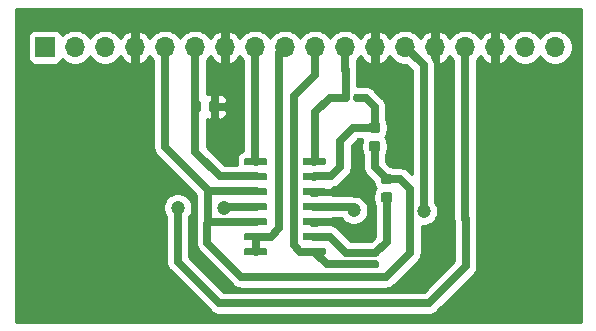
<source format=gbr>
G04 #@! TF.GenerationSoftware,KiCad,Pcbnew,5.1.5+dfsg1-2build2*
G04 #@! TF.CreationDate,2022-10-07T11:57:08+02:00*
G04 #@! TF.ProjectId,CMS_AmpliGBP,434d535f-416d-4706-9c69-4742502e6b69,rev?*
G04 #@! TF.SameCoordinates,Original*
G04 #@! TF.FileFunction,Copper,L1,Top*
G04 #@! TF.FilePolarity,Positive*
%FSLAX46Y46*%
G04 Gerber Fmt 4.6, Leading zero omitted, Abs format (unit mm)*
G04 Created by KiCad (PCBNEW 5.1.5+dfsg1-2build2) date 2022-10-07 11:57:08*
%MOMM*%
%LPD*%
G04 APERTURE LIST*
%ADD10R,1.700000X1.700000*%
%ADD11O,1.700000X1.700000*%
%ADD12C,0.100000*%
%ADD13C,1.200000*%
%ADD14C,0.700000*%
%ADD15C,0.254000*%
G04 APERTURE END LIST*
D10*
X126365000Y-97790000D03*
D11*
X128905000Y-97790000D03*
X131445000Y-97790000D03*
X133985000Y-97790000D03*
X136525000Y-97790000D03*
X139065000Y-97790000D03*
X141605000Y-97790000D03*
X144145000Y-97790000D03*
X146685000Y-97790000D03*
X149225000Y-97790000D03*
X151765000Y-97790000D03*
X154305000Y-97790000D03*
X156845000Y-97790000D03*
X159385000Y-97790000D03*
X161925000Y-97790000D03*
X164465000Y-97790000D03*
X167005000Y-97790000D03*
X169545000Y-97790000D03*
G04 #@! TA.AperFunction,SMDPad,CuDef*
D12*
G36*
X139355791Y-102345253D02*
G01*
X139377026Y-102348403D01*
X139397850Y-102353619D01*
X139418062Y-102360851D01*
X139437468Y-102370030D01*
X139455881Y-102381066D01*
X139473124Y-102393854D01*
X139489030Y-102408270D01*
X139503446Y-102424176D01*
X139516234Y-102441419D01*
X139527270Y-102459832D01*
X139536449Y-102479238D01*
X139543681Y-102499450D01*
X139548897Y-102520274D01*
X139552047Y-102541509D01*
X139553100Y-102562950D01*
X139553100Y-103075450D01*
X139552047Y-103096891D01*
X139548897Y-103118126D01*
X139543681Y-103138950D01*
X139536449Y-103159162D01*
X139527270Y-103178568D01*
X139516234Y-103196981D01*
X139503446Y-103214224D01*
X139489030Y-103230130D01*
X139473124Y-103244546D01*
X139455881Y-103257334D01*
X139437468Y-103268370D01*
X139418062Y-103277549D01*
X139397850Y-103284781D01*
X139377026Y-103289997D01*
X139355791Y-103293147D01*
X139334350Y-103294200D01*
X138896850Y-103294200D01*
X138875409Y-103293147D01*
X138854174Y-103289997D01*
X138833350Y-103284781D01*
X138813138Y-103277549D01*
X138793732Y-103268370D01*
X138775319Y-103257334D01*
X138758076Y-103244546D01*
X138742170Y-103230130D01*
X138727754Y-103214224D01*
X138714966Y-103196981D01*
X138703930Y-103178568D01*
X138694751Y-103159162D01*
X138687519Y-103138950D01*
X138682303Y-103118126D01*
X138679153Y-103096891D01*
X138678100Y-103075450D01*
X138678100Y-102562950D01*
X138679153Y-102541509D01*
X138682303Y-102520274D01*
X138687519Y-102499450D01*
X138694751Y-102479238D01*
X138703930Y-102459832D01*
X138714966Y-102441419D01*
X138727754Y-102424176D01*
X138742170Y-102408270D01*
X138758076Y-102393854D01*
X138775319Y-102381066D01*
X138793732Y-102370030D01*
X138813138Y-102360851D01*
X138833350Y-102353619D01*
X138854174Y-102348403D01*
X138875409Y-102345253D01*
X138896850Y-102344200D01*
X139334350Y-102344200D01*
X139355791Y-102345253D01*
G37*
G04 #@! TD.AperFunction*
G04 #@! TA.AperFunction,SMDPad,CuDef*
G36*
X140930791Y-102345253D02*
G01*
X140952026Y-102348403D01*
X140972850Y-102353619D01*
X140993062Y-102360851D01*
X141012468Y-102370030D01*
X141030881Y-102381066D01*
X141048124Y-102393854D01*
X141064030Y-102408270D01*
X141078446Y-102424176D01*
X141091234Y-102441419D01*
X141102270Y-102459832D01*
X141111449Y-102479238D01*
X141118681Y-102499450D01*
X141123897Y-102520274D01*
X141127047Y-102541509D01*
X141128100Y-102562950D01*
X141128100Y-103075450D01*
X141127047Y-103096891D01*
X141123897Y-103118126D01*
X141118681Y-103138950D01*
X141111449Y-103159162D01*
X141102270Y-103178568D01*
X141091234Y-103196981D01*
X141078446Y-103214224D01*
X141064030Y-103230130D01*
X141048124Y-103244546D01*
X141030881Y-103257334D01*
X141012468Y-103268370D01*
X140993062Y-103277549D01*
X140972850Y-103284781D01*
X140952026Y-103289997D01*
X140930791Y-103293147D01*
X140909350Y-103294200D01*
X140471850Y-103294200D01*
X140450409Y-103293147D01*
X140429174Y-103289997D01*
X140408350Y-103284781D01*
X140388138Y-103277549D01*
X140368732Y-103268370D01*
X140350319Y-103257334D01*
X140333076Y-103244546D01*
X140317170Y-103230130D01*
X140302754Y-103214224D01*
X140289966Y-103196981D01*
X140278930Y-103178568D01*
X140269751Y-103159162D01*
X140262519Y-103138950D01*
X140257303Y-103118126D01*
X140254153Y-103096891D01*
X140253100Y-103075450D01*
X140253100Y-102562950D01*
X140254153Y-102541509D01*
X140257303Y-102520274D01*
X140262519Y-102499450D01*
X140269751Y-102479238D01*
X140278930Y-102459832D01*
X140289966Y-102441419D01*
X140302754Y-102424176D01*
X140317170Y-102408270D01*
X140333076Y-102393854D01*
X140350319Y-102381066D01*
X140368732Y-102370030D01*
X140388138Y-102360851D01*
X140408350Y-102353619D01*
X140429174Y-102348403D01*
X140450409Y-102345253D01*
X140471850Y-102344200D01*
X140909350Y-102344200D01*
X140930791Y-102345253D01*
G37*
G04 #@! TD.AperFunction*
G04 #@! TA.AperFunction,SMDPad,CuDef*
G36*
X155547891Y-108503953D02*
G01*
X155569126Y-108507103D01*
X155589950Y-108512319D01*
X155610162Y-108519551D01*
X155629568Y-108528730D01*
X155647981Y-108539766D01*
X155665224Y-108552554D01*
X155681130Y-108566970D01*
X155695546Y-108582876D01*
X155708334Y-108600119D01*
X155719370Y-108618532D01*
X155728549Y-108637938D01*
X155735781Y-108658150D01*
X155740997Y-108678974D01*
X155744147Y-108700209D01*
X155745200Y-108721650D01*
X155745200Y-109159150D01*
X155744147Y-109180591D01*
X155740997Y-109201826D01*
X155735781Y-109222650D01*
X155728549Y-109242862D01*
X155719370Y-109262268D01*
X155708334Y-109280681D01*
X155695546Y-109297924D01*
X155681130Y-109313830D01*
X155665224Y-109328246D01*
X155647981Y-109341034D01*
X155629568Y-109352070D01*
X155610162Y-109361249D01*
X155589950Y-109368481D01*
X155569126Y-109373697D01*
X155547891Y-109376847D01*
X155526450Y-109377900D01*
X155013950Y-109377900D01*
X154992509Y-109376847D01*
X154971274Y-109373697D01*
X154950450Y-109368481D01*
X154930238Y-109361249D01*
X154910832Y-109352070D01*
X154892419Y-109341034D01*
X154875176Y-109328246D01*
X154859270Y-109313830D01*
X154844854Y-109297924D01*
X154832066Y-109280681D01*
X154821030Y-109262268D01*
X154811851Y-109242862D01*
X154804619Y-109222650D01*
X154799403Y-109201826D01*
X154796253Y-109180591D01*
X154795200Y-109159150D01*
X154795200Y-108721650D01*
X154796253Y-108700209D01*
X154799403Y-108678974D01*
X154804619Y-108658150D01*
X154811851Y-108637938D01*
X154821030Y-108618532D01*
X154832066Y-108600119D01*
X154844854Y-108582876D01*
X154859270Y-108566970D01*
X154875176Y-108552554D01*
X154892419Y-108539766D01*
X154910832Y-108528730D01*
X154930238Y-108519551D01*
X154950450Y-108512319D01*
X154971274Y-108507103D01*
X154992509Y-108503953D01*
X155013950Y-108502900D01*
X155526450Y-108502900D01*
X155547891Y-108503953D01*
G37*
G04 #@! TD.AperFunction*
G04 #@! TA.AperFunction,SMDPad,CuDef*
G36*
X155547891Y-110078953D02*
G01*
X155569126Y-110082103D01*
X155589950Y-110087319D01*
X155610162Y-110094551D01*
X155629568Y-110103730D01*
X155647981Y-110114766D01*
X155665224Y-110127554D01*
X155681130Y-110141970D01*
X155695546Y-110157876D01*
X155708334Y-110175119D01*
X155719370Y-110193532D01*
X155728549Y-110212938D01*
X155735781Y-110233150D01*
X155740997Y-110253974D01*
X155744147Y-110275209D01*
X155745200Y-110296650D01*
X155745200Y-110734150D01*
X155744147Y-110755591D01*
X155740997Y-110776826D01*
X155735781Y-110797650D01*
X155728549Y-110817862D01*
X155719370Y-110837268D01*
X155708334Y-110855681D01*
X155695546Y-110872924D01*
X155681130Y-110888830D01*
X155665224Y-110903246D01*
X155647981Y-110916034D01*
X155629568Y-110927070D01*
X155610162Y-110936249D01*
X155589950Y-110943481D01*
X155569126Y-110948697D01*
X155547891Y-110951847D01*
X155526450Y-110952900D01*
X155013950Y-110952900D01*
X154992509Y-110951847D01*
X154971274Y-110948697D01*
X154950450Y-110943481D01*
X154930238Y-110936249D01*
X154910832Y-110927070D01*
X154892419Y-110916034D01*
X154875176Y-110903246D01*
X154859270Y-110888830D01*
X154844854Y-110872924D01*
X154832066Y-110855681D01*
X154821030Y-110837268D01*
X154811851Y-110817862D01*
X154804619Y-110797650D01*
X154799403Y-110776826D01*
X154796253Y-110755591D01*
X154795200Y-110734150D01*
X154795200Y-110296650D01*
X154796253Y-110275209D01*
X154799403Y-110253974D01*
X154804619Y-110233150D01*
X154811851Y-110212938D01*
X154821030Y-110193532D01*
X154832066Y-110175119D01*
X154844854Y-110157876D01*
X154859270Y-110141970D01*
X154875176Y-110127554D01*
X154892419Y-110114766D01*
X154910832Y-110103730D01*
X154930238Y-110094551D01*
X154950450Y-110087319D01*
X154971274Y-110082103D01*
X154992509Y-110078953D01*
X155013950Y-110077900D01*
X155526450Y-110077900D01*
X155547891Y-110078953D01*
G37*
G04 #@! TD.AperFunction*
G04 #@! TA.AperFunction,SMDPad,CuDef*
G36*
X154491958Y-115890110D02*
G01*
X154506276Y-115892234D01*
X154520317Y-115895751D01*
X154533946Y-115900628D01*
X154547031Y-115906817D01*
X154559447Y-115914258D01*
X154571073Y-115922881D01*
X154581798Y-115932602D01*
X154591519Y-115943327D01*
X154600142Y-115954953D01*
X154607583Y-115967369D01*
X154613772Y-115980454D01*
X154618649Y-115994083D01*
X154622166Y-116008124D01*
X154624290Y-116022442D01*
X154625000Y-116036900D01*
X154625000Y-116331900D01*
X154624290Y-116346358D01*
X154622166Y-116360676D01*
X154618649Y-116374717D01*
X154613772Y-116388346D01*
X154607583Y-116401431D01*
X154600142Y-116413847D01*
X154591519Y-116425473D01*
X154581798Y-116436198D01*
X154571073Y-116445919D01*
X154559447Y-116454542D01*
X154547031Y-116461983D01*
X154533946Y-116468172D01*
X154520317Y-116473049D01*
X154506276Y-116476566D01*
X154491958Y-116478690D01*
X154477500Y-116479400D01*
X154132500Y-116479400D01*
X154118042Y-116478690D01*
X154103724Y-116476566D01*
X154089683Y-116473049D01*
X154076054Y-116468172D01*
X154062969Y-116461983D01*
X154050553Y-116454542D01*
X154038927Y-116445919D01*
X154028202Y-116436198D01*
X154018481Y-116425473D01*
X154009858Y-116413847D01*
X154002417Y-116401431D01*
X153996228Y-116388346D01*
X153991351Y-116374717D01*
X153987834Y-116360676D01*
X153985710Y-116346358D01*
X153985000Y-116331900D01*
X153985000Y-116036900D01*
X153985710Y-116022442D01*
X153987834Y-116008124D01*
X153991351Y-115994083D01*
X153996228Y-115980454D01*
X154002417Y-115967369D01*
X154009858Y-115954953D01*
X154018481Y-115943327D01*
X154028202Y-115932602D01*
X154038927Y-115922881D01*
X154050553Y-115914258D01*
X154062969Y-115906817D01*
X154076054Y-115900628D01*
X154089683Y-115895751D01*
X154103724Y-115892234D01*
X154118042Y-115890110D01*
X154132500Y-115889400D01*
X154477500Y-115889400D01*
X154491958Y-115890110D01*
G37*
G04 #@! TD.AperFunction*
G04 #@! TA.AperFunction,SMDPad,CuDef*
G36*
X154491958Y-114920110D02*
G01*
X154506276Y-114922234D01*
X154520317Y-114925751D01*
X154533946Y-114930628D01*
X154547031Y-114936817D01*
X154559447Y-114944258D01*
X154571073Y-114952881D01*
X154581798Y-114962602D01*
X154591519Y-114973327D01*
X154600142Y-114984953D01*
X154607583Y-114997369D01*
X154613772Y-115010454D01*
X154618649Y-115024083D01*
X154622166Y-115038124D01*
X154624290Y-115052442D01*
X154625000Y-115066900D01*
X154625000Y-115361900D01*
X154624290Y-115376358D01*
X154622166Y-115390676D01*
X154618649Y-115404717D01*
X154613772Y-115418346D01*
X154607583Y-115431431D01*
X154600142Y-115443847D01*
X154591519Y-115455473D01*
X154581798Y-115466198D01*
X154571073Y-115475919D01*
X154559447Y-115484542D01*
X154547031Y-115491983D01*
X154533946Y-115498172D01*
X154520317Y-115503049D01*
X154506276Y-115506566D01*
X154491958Y-115508690D01*
X154477500Y-115509400D01*
X154132500Y-115509400D01*
X154118042Y-115508690D01*
X154103724Y-115506566D01*
X154089683Y-115503049D01*
X154076054Y-115498172D01*
X154062969Y-115491983D01*
X154050553Y-115484542D01*
X154038927Y-115475919D01*
X154028202Y-115466198D01*
X154018481Y-115455473D01*
X154009858Y-115443847D01*
X154002417Y-115431431D01*
X153996228Y-115418346D01*
X153991351Y-115404717D01*
X153987834Y-115390676D01*
X153985710Y-115376358D01*
X153985000Y-115361900D01*
X153985000Y-115066900D01*
X153985710Y-115052442D01*
X153987834Y-115038124D01*
X153991351Y-115024083D01*
X153996228Y-115010454D01*
X154002417Y-114997369D01*
X154009858Y-114984953D01*
X154018481Y-114973327D01*
X154028202Y-114962602D01*
X154038927Y-114952881D01*
X154050553Y-114944258D01*
X154062969Y-114936817D01*
X154076054Y-114930628D01*
X154089683Y-114925751D01*
X154103724Y-114922234D01*
X154118042Y-114920110D01*
X154132500Y-114919400D01*
X154477500Y-114919400D01*
X154491958Y-114920110D01*
G37*
G04 #@! TD.AperFunction*
G04 #@! TA.AperFunction,SMDPad,CuDef*
G36*
X154531891Y-104160553D02*
G01*
X154553126Y-104163703D01*
X154573950Y-104168919D01*
X154594162Y-104176151D01*
X154613568Y-104185330D01*
X154631981Y-104196366D01*
X154649224Y-104209154D01*
X154665130Y-104223570D01*
X154679546Y-104239476D01*
X154692334Y-104256719D01*
X154703370Y-104275132D01*
X154712549Y-104294538D01*
X154719781Y-104314750D01*
X154724997Y-104335574D01*
X154728147Y-104356809D01*
X154729200Y-104378250D01*
X154729200Y-104815750D01*
X154728147Y-104837191D01*
X154724997Y-104858426D01*
X154719781Y-104879250D01*
X154712549Y-104899462D01*
X154703370Y-104918868D01*
X154692334Y-104937281D01*
X154679546Y-104954524D01*
X154665130Y-104970430D01*
X154649224Y-104984846D01*
X154631981Y-104997634D01*
X154613568Y-105008670D01*
X154594162Y-105017849D01*
X154573950Y-105025081D01*
X154553126Y-105030297D01*
X154531891Y-105033447D01*
X154510450Y-105034500D01*
X153997950Y-105034500D01*
X153976509Y-105033447D01*
X153955274Y-105030297D01*
X153934450Y-105025081D01*
X153914238Y-105017849D01*
X153894832Y-105008670D01*
X153876419Y-104997634D01*
X153859176Y-104984846D01*
X153843270Y-104970430D01*
X153828854Y-104954524D01*
X153816066Y-104937281D01*
X153805030Y-104918868D01*
X153795851Y-104899462D01*
X153788619Y-104879250D01*
X153783403Y-104858426D01*
X153780253Y-104837191D01*
X153779200Y-104815750D01*
X153779200Y-104378250D01*
X153780253Y-104356809D01*
X153783403Y-104335574D01*
X153788619Y-104314750D01*
X153795851Y-104294538D01*
X153805030Y-104275132D01*
X153816066Y-104256719D01*
X153828854Y-104239476D01*
X153843270Y-104223570D01*
X153859176Y-104209154D01*
X153876419Y-104196366D01*
X153894832Y-104185330D01*
X153914238Y-104176151D01*
X153934450Y-104168919D01*
X153955274Y-104163703D01*
X153976509Y-104160553D01*
X153997950Y-104159500D01*
X154510450Y-104159500D01*
X154531891Y-104160553D01*
G37*
G04 #@! TD.AperFunction*
G04 #@! TA.AperFunction,SMDPad,CuDef*
G36*
X154531891Y-105735553D02*
G01*
X154553126Y-105738703D01*
X154573950Y-105743919D01*
X154594162Y-105751151D01*
X154613568Y-105760330D01*
X154631981Y-105771366D01*
X154649224Y-105784154D01*
X154665130Y-105798570D01*
X154679546Y-105814476D01*
X154692334Y-105831719D01*
X154703370Y-105850132D01*
X154712549Y-105869538D01*
X154719781Y-105889750D01*
X154724997Y-105910574D01*
X154728147Y-105931809D01*
X154729200Y-105953250D01*
X154729200Y-106390750D01*
X154728147Y-106412191D01*
X154724997Y-106433426D01*
X154719781Y-106454250D01*
X154712549Y-106474462D01*
X154703370Y-106493868D01*
X154692334Y-106512281D01*
X154679546Y-106529524D01*
X154665130Y-106545430D01*
X154649224Y-106559846D01*
X154631981Y-106572634D01*
X154613568Y-106583670D01*
X154594162Y-106592849D01*
X154573950Y-106600081D01*
X154553126Y-106605297D01*
X154531891Y-106608447D01*
X154510450Y-106609500D01*
X153997950Y-106609500D01*
X153976509Y-106608447D01*
X153955274Y-106605297D01*
X153934450Y-106600081D01*
X153914238Y-106592849D01*
X153894832Y-106583670D01*
X153876419Y-106572634D01*
X153859176Y-106559846D01*
X153843270Y-106545430D01*
X153828854Y-106529524D01*
X153816066Y-106512281D01*
X153805030Y-106493868D01*
X153795851Y-106474462D01*
X153788619Y-106454250D01*
X153783403Y-106433426D01*
X153780253Y-106412191D01*
X153779200Y-106390750D01*
X153779200Y-105953250D01*
X153780253Y-105931809D01*
X153783403Y-105910574D01*
X153788619Y-105889750D01*
X153795851Y-105869538D01*
X153805030Y-105850132D01*
X153816066Y-105831719D01*
X153828854Y-105814476D01*
X153843270Y-105798570D01*
X153859176Y-105784154D01*
X153876419Y-105771366D01*
X153894832Y-105760330D01*
X153914238Y-105751151D01*
X153934450Y-105743919D01*
X153955274Y-105738703D01*
X153976509Y-105735553D01*
X153997950Y-105734500D01*
X154510450Y-105734500D01*
X154531891Y-105735553D01*
G37*
G04 #@! TD.AperFunction*
G04 #@! TA.AperFunction,SMDPad,CuDef*
G36*
X152942958Y-101737910D02*
G01*
X152957276Y-101740034D01*
X152971317Y-101743551D01*
X152984946Y-101748428D01*
X152998031Y-101754617D01*
X153010447Y-101762058D01*
X153022073Y-101770681D01*
X153032798Y-101780402D01*
X153042519Y-101791127D01*
X153051142Y-101802753D01*
X153058583Y-101815169D01*
X153064772Y-101828254D01*
X153069649Y-101841883D01*
X153073166Y-101855924D01*
X153075290Y-101870242D01*
X153076000Y-101884700D01*
X153076000Y-102229700D01*
X153075290Y-102244158D01*
X153073166Y-102258476D01*
X153069649Y-102272517D01*
X153064772Y-102286146D01*
X153058583Y-102299231D01*
X153051142Y-102311647D01*
X153042519Y-102323273D01*
X153032798Y-102333998D01*
X153022073Y-102343719D01*
X153010447Y-102352342D01*
X152998031Y-102359783D01*
X152984946Y-102365972D01*
X152971317Y-102370849D01*
X152957276Y-102374366D01*
X152942958Y-102376490D01*
X152928500Y-102377200D01*
X152633500Y-102377200D01*
X152619042Y-102376490D01*
X152604724Y-102374366D01*
X152590683Y-102370849D01*
X152577054Y-102365972D01*
X152563969Y-102359783D01*
X152551553Y-102352342D01*
X152539927Y-102343719D01*
X152529202Y-102333998D01*
X152519481Y-102323273D01*
X152510858Y-102311647D01*
X152503417Y-102299231D01*
X152497228Y-102286146D01*
X152492351Y-102272517D01*
X152488834Y-102258476D01*
X152486710Y-102244158D01*
X152486000Y-102229700D01*
X152486000Y-101884700D01*
X152486710Y-101870242D01*
X152488834Y-101855924D01*
X152492351Y-101841883D01*
X152497228Y-101828254D01*
X152503417Y-101815169D01*
X152510858Y-101802753D01*
X152519481Y-101791127D01*
X152529202Y-101780402D01*
X152539927Y-101770681D01*
X152551553Y-101762058D01*
X152563969Y-101754617D01*
X152577054Y-101748428D01*
X152590683Y-101743551D01*
X152604724Y-101740034D01*
X152619042Y-101737910D01*
X152633500Y-101737200D01*
X152928500Y-101737200D01*
X152942958Y-101737910D01*
G37*
G04 #@! TD.AperFunction*
G04 #@! TA.AperFunction,SMDPad,CuDef*
G36*
X151972958Y-101737910D02*
G01*
X151987276Y-101740034D01*
X152001317Y-101743551D01*
X152014946Y-101748428D01*
X152028031Y-101754617D01*
X152040447Y-101762058D01*
X152052073Y-101770681D01*
X152062798Y-101780402D01*
X152072519Y-101791127D01*
X152081142Y-101802753D01*
X152088583Y-101815169D01*
X152094772Y-101828254D01*
X152099649Y-101841883D01*
X152103166Y-101855924D01*
X152105290Y-101870242D01*
X152106000Y-101884700D01*
X152106000Y-102229700D01*
X152105290Y-102244158D01*
X152103166Y-102258476D01*
X152099649Y-102272517D01*
X152094772Y-102286146D01*
X152088583Y-102299231D01*
X152081142Y-102311647D01*
X152072519Y-102323273D01*
X152062798Y-102333998D01*
X152052073Y-102343719D01*
X152040447Y-102352342D01*
X152028031Y-102359783D01*
X152014946Y-102365972D01*
X152001317Y-102370849D01*
X151987276Y-102374366D01*
X151972958Y-102376490D01*
X151958500Y-102377200D01*
X151663500Y-102377200D01*
X151649042Y-102376490D01*
X151634724Y-102374366D01*
X151620683Y-102370849D01*
X151607054Y-102365972D01*
X151593969Y-102359783D01*
X151581553Y-102352342D01*
X151569927Y-102343719D01*
X151559202Y-102333998D01*
X151549481Y-102323273D01*
X151540858Y-102311647D01*
X151533417Y-102299231D01*
X151527228Y-102286146D01*
X151522351Y-102272517D01*
X151518834Y-102258476D01*
X151516710Y-102244158D01*
X151516000Y-102229700D01*
X151516000Y-101884700D01*
X151516710Y-101870242D01*
X151518834Y-101855924D01*
X151522351Y-101841883D01*
X151527228Y-101828254D01*
X151533417Y-101815169D01*
X151540858Y-101802753D01*
X151549481Y-101791127D01*
X151559202Y-101780402D01*
X151569927Y-101770681D01*
X151581553Y-101762058D01*
X151593969Y-101754617D01*
X151607054Y-101748428D01*
X151620683Y-101743551D01*
X151634724Y-101740034D01*
X151649042Y-101737910D01*
X151663500Y-101737200D01*
X151958500Y-101737200D01*
X151972958Y-101737910D01*
G37*
G04 #@! TD.AperFunction*
G04 #@! TA.AperFunction,SMDPad,CuDef*
G36*
X145029704Y-107193522D02*
G01*
X145044265Y-107195682D01*
X145058544Y-107199259D01*
X145072404Y-107204218D01*
X145085711Y-107210512D01*
X145098337Y-107218080D01*
X145110160Y-107226848D01*
X145121067Y-107236734D01*
X145130953Y-107247641D01*
X145139721Y-107259464D01*
X145147289Y-107272090D01*
X145153583Y-107285397D01*
X145158542Y-107299257D01*
X145162119Y-107313536D01*
X145164279Y-107328097D01*
X145165001Y-107342800D01*
X145165001Y-107642800D01*
X145164279Y-107657503D01*
X145162119Y-107672064D01*
X145158542Y-107686343D01*
X145153583Y-107700203D01*
X145147289Y-107713510D01*
X145139721Y-107726136D01*
X145130953Y-107737959D01*
X145121067Y-107748866D01*
X145110160Y-107758752D01*
X145098337Y-107767520D01*
X145085711Y-107775088D01*
X145072404Y-107781382D01*
X145058544Y-107786341D01*
X145044265Y-107789918D01*
X145029704Y-107792078D01*
X145015001Y-107792800D01*
X143365001Y-107792800D01*
X143350298Y-107792078D01*
X143335737Y-107789918D01*
X143321458Y-107786341D01*
X143307598Y-107781382D01*
X143294291Y-107775088D01*
X143281665Y-107767520D01*
X143269842Y-107758752D01*
X143258935Y-107748866D01*
X143249049Y-107737959D01*
X143240281Y-107726136D01*
X143232713Y-107713510D01*
X143226419Y-107700203D01*
X143221460Y-107686343D01*
X143217883Y-107672064D01*
X143215723Y-107657503D01*
X143215001Y-107642800D01*
X143215001Y-107342800D01*
X143215723Y-107328097D01*
X143217883Y-107313536D01*
X143221460Y-107299257D01*
X143226419Y-107285397D01*
X143232713Y-107272090D01*
X143240281Y-107259464D01*
X143249049Y-107247641D01*
X143258935Y-107236734D01*
X143269842Y-107226848D01*
X143281665Y-107218080D01*
X143294291Y-107210512D01*
X143307598Y-107204218D01*
X143321458Y-107199259D01*
X143335737Y-107195682D01*
X143350298Y-107193522D01*
X143365001Y-107192800D01*
X145015001Y-107192800D01*
X145029704Y-107193522D01*
G37*
G04 #@! TD.AperFunction*
G04 #@! TA.AperFunction,SMDPad,CuDef*
G36*
X145029704Y-108463522D02*
G01*
X145044265Y-108465682D01*
X145058544Y-108469259D01*
X145072404Y-108474218D01*
X145085711Y-108480512D01*
X145098337Y-108488080D01*
X145110160Y-108496848D01*
X145121067Y-108506734D01*
X145130953Y-108517641D01*
X145139721Y-108529464D01*
X145147289Y-108542090D01*
X145153583Y-108555397D01*
X145158542Y-108569257D01*
X145162119Y-108583536D01*
X145164279Y-108598097D01*
X145165001Y-108612800D01*
X145165001Y-108912800D01*
X145164279Y-108927503D01*
X145162119Y-108942064D01*
X145158542Y-108956343D01*
X145153583Y-108970203D01*
X145147289Y-108983510D01*
X145139721Y-108996136D01*
X145130953Y-109007959D01*
X145121067Y-109018866D01*
X145110160Y-109028752D01*
X145098337Y-109037520D01*
X145085711Y-109045088D01*
X145072404Y-109051382D01*
X145058544Y-109056341D01*
X145044265Y-109059918D01*
X145029704Y-109062078D01*
X145015001Y-109062800D01*
X143365001Y-109062800D01*
X143350298Y-109062078D01*
X143335737Y-109059918D01*
X143321458Y-109056341D01*
X143307598Y-109051382D01*
X143294291Y-109045088D01*
X143281665Y-109037520D01*
X143269842Y-109028752D01*
X143258935Y-109018866D01*
X143249049Y-109007959D01*
X143240281Y-108996136D01*
X143232713Y-108983510D01*
X143226419Y-108970203D01*
X143221460Y-108956343D01*
X143217883Y-108942064D01*
X143215723Y-108927503D01*
X143215001Y-108912800D01*
X143215001Y-108612800D01*
X143215723Y-108598097D01*
X143217883Y-108583536D01*
X143221460Y-108569257D01*
X143226419Y-108555397D01*
X143232713Y-108542090D01*
X143240281Y-108529464D01*
X143249049Y-108517641D01*
X143258935Y-108506734D01*
X143269842Y-108496848D01*
X143281665Y-108488080D01*
X143294291Y-108480512D01*
X143307598Y-108474218D01*
X143321458Y-108469259D01*
X143335737Y-108465682D01*
X143350298Y-108463522D01*
X143365001Y-108462800D01*
X145015001Y-108462800D01*
X145029704Y-108463522D01*
G37*
G04 #@! TD.AperFunction*
G04 #@! TA.AperFunction,SMDPad,CuDef*
G36*
X145029704Y-109733522D02*
G01*
X145044265Y-109735682D01*
X145058544Y-109739259D01*
X145072404Y-109744218D01*
X145085711Y-109750512D01*
X145098337Y-109758080D01*
X145110160Y-109766848D01*
X145121067Y-109776734D01*
X145130953Y-109787641D01*
X145139721Y-109799464D01*
X145147289Y-109812090D01*
X145153583Y-109825397D01*
X145158542Y-109839257D01*
X145162119Y-109853536D01*
X145164279Y-109868097D01*
X145165001Y-109882800D01*
X145165001Y-110182800D01*
X145164279Y-110197503D01*
X145162119Y-110212064D01*
X145158542Y-110226343D01*
X145153583Y-110240203D01*
X145147289Y-110253510D01*
X145139721Y-110266136D01*
X145130953Y-110277959D01*
X145121067Y-110288866D01*
X145110160Y-110298752D01*
X145098337Y-110307520D01*
X145085711Y-110315088D01*
X145072404Y-110321382D01*
X145058544Y-110326341D01*
X145044265Y-110329918D01*
X145029704Y-110332078D01*
X145015001Y-110332800D01*
X143365001Y-110332800D01*
X143350298Y-110332078D01*
X143335737Y-110329918D01*
X143321458Y-110326341D01*
X143307598Y-110321382D01*
X143294291Y-110315088D01*
X143281665Y-110307520D01*
X143269842Y-110298752D01*
X143258935Y-110288866D01*
X143249049Y-110277959D01*
X143240281Y-110266136D01*
X143232713Y-110253510D01*
X143226419Y-110240203D01*
X143221460Y-110226343D01*
X143217883Y-110212064D01*
X143215723Y-110197503D01*
X143215001Y-110182800D01*
X143215001Y-109882800D01*
X143215723Y-109868097D01*
X143217883Y-109853536D01*
X143221460Y-109839257D01*
X143226419Y-109825397D01*
X143232713Y-109812090D01*
X143240281Y-109799464D01*
X143249049Y-109787641D01*
X143258935Y-109776734D01*
X143269842Y-109766848D01*
X143281665Y-109758080D01*
X143294291Y-109750512D01*
X143307598Y-109744218D01*
X143321458Y-109739259D01*
X143335737Y-109735682D01*
X143350298Y-109733522D01*
X143365001Y-109732800D01*
X145015001Y-109732800D01*
X145029704Y-109733522D01*
G37*
G04 #@! TD.AperFunction*
G04 #@! TA.AperFunction,SMDPad,CuDef*
G36*
X145029704Y-111003522D02*
G01*
X145044265Y-111005682D01*
X145058544Y-111009259D01*
X145072404Y-111014218D01*
X145085711Y-111020512D01*
X145098337Y-111028080D01*
X145110160Y-111036848D01*
X145121067Y-111046734D01*
X145130953Y-111057641D01*
X145139721Y-111069464D01*
X145147289Y-111082090D01*
X145153583Y-111095397D01*
X145158542Y-111109257D01*
X145162119Y-111123536D01*
X145164279Y-111138097D01*
X145165001Y-111152800D01*
X145165001Y-111452800D01*
X145164279Y-111467503D01*
X145162119Y-111482064D01*
X145158542Y-111496343D01*
X145153583Y-111510203D01*
X145147289Y-111523510D01*
X145139721Y-111536136D01*
X145130953Y-111547959D01*
X145121067Y-111558866D01*
X145110160Y-111568752D01*
X145098337Y-111577520D01*
X145085711Y-111585088D01*
X145072404Y-111591382D01*
X145058544Y-111596341D01*
X145044265Y-111599918D01*
X145029704Y-111602078D01*
X145015001Y-111602800D01*
X143365001Y-111602800D01*
X143350298Y-111602078D01*
X143335737Y-111599918D01*
X143321458Y-111596341D01*
X143307598Y-111591382D01*
X143294291Y-111585088D01*
X143281665Y-111577520D01*
X143269842Y-111568752D01*
X143258935Y-111558866D01*
X143249049Y-111547959D01*
X143240281Y-111536136D01*
X143232713Y-111523510D01*
X143226419Y-111510203D01*
X143221460Y-111496343D01*
X143217883Y-111482064D01*
X143215723Y-111467503D01*
X143215001Y-111452800D01*
X143215001Y-111152800D01*
X143215723Y-111138097D01*
X143217883Y-111123536D01*
X143221460Y-111109257D01*
X143226419Y-111095397D01*
X143232713Y-111082090D01*
X143240281Y-111069464D01*
X143249049Y-111057641D01*
X143258935Y-111046734D01*
X143269842Y-111036848D01*
X143281665Y-111028080D01*
X143294291Y-111020512D01*
X143307598Y-111014218D01*
X143321458Y-111009259D01*
X143335737Y-111005682D01*
X143350298Y-111003522D01*
X143365001Y-111002800D01*
X145015001Y-111002800D01*
X145029704Y-111003522D01*
G37*
G04 #@! TD.AperFunction*
G04 #@! TA.AperFunction,SMDPad,CuDef*
G36*
X145029704Y-112273522D02*
G01*
X145044265Y-112275682D01*
X145058544Y-112279259D01*
X145072404Y-112284218D01*
X145085711Y-112290512D01*
X145098337Y-112298080D01*
X145110160Y-112306848D01*
X145121067Y-112316734D01*
X145130953Y-112327641D01*
X145139721Y-112339464D01*
X145147289Y-112352090D01*
X145153583Y-112365397D01*
X145158542Y-112379257D01*
X145162119Y-112393536D01*
X145164279Y-112408097D01*
X145165001Y-112422800D01*
X145165001Y-112722800D01*
X145164279Y-112737503D01*
X145162119Y-112752064D01*
X145158542Y-112766343D01*
X145153583Y-112780203D01*
X145147289Y-112793510D01*
X145139721Y-112806136D01*
X145130953Y-112817959D01*
X145121067Y-112828866D01*
X145110160Y-112838752D01*
X145098337Y-112847520D01*
X145085711Y-112855088D01*
X145072404Y-112861382D01*
X145058544Y-112866341D01*
X145044265Y-112869918D01*
X145029704Y-112872078D01*
X145015001Y-112872800D01*
X143365001Y-112872800D01*
X143350298Y-112872078D01*
X143335737Y-112869918D01*
X143321458Y-112866341D01*
X143307598Y-112861382D01*
X143294291Y-112855088D01*
X143281665Y-112847520D01*
X143269842Y-112838752D01*
X143258935Y-112828866D01*
X143249049Y-112817959D01*
X143240281Y-112806136D01*
X143232713Y-112793510D01*
X143226419Y-112780203D01*
X143221460Y-112766343D01*
X143217883Y-112752064D01*
X143215723Y-112737503D01*
X143215001Y-112722800D01*
X143215001Y-112422800D01*
X143215723Y-112408097D01*
X143217883Y-112393536D01*
X143221460Y-112379257D01*
X143226419Y-112365397D01*
X143232713Y-112352090D01*
X143240281Y-112339464D01*
X143249049Y-112327641D01*
X143258935Y-112316734D01*
X143269842Y-112306848D01*
X143281665Y-112298080D01*
X143294291Y-112290512D01*
X143307598Y-112284218D01*
X143321458Y-112279259D01*
X143335737Y-112275682D01*
X143350298Y-112273522D01*
X143365001Y-112272800D01*
X145015001Y-112272800D01*
X145029704Y-112273522D01*
G37*
G04 #@! TD.AperFunction*
G04 #@! TA.AperFunction,SMDPad,CuDef*
G36*
X145029704Y-113543522D02*
G01*
X145044265Y-113545682D01*
X145058544Y-113549259D01*
X145072404Y-113554218D01*
X145085711Y-113560512D01*
X145098337Y-113568080D01*
X145110160Y-113576848D01*
X145121067Y-113586734D01*
X145130953Y-113597641D01*
X145139721Y-113609464D01*
X145147289Y-113622090D01*
X145153583Y-113635397D01*
X145158542Y-113649257D01*
X145162119Y-113663536D01*
X145164279Y-113678097D01*
X145165001Y-113692800D01*
X145165001Y-113992800D01*
X145164279Y-114007503D01*
X145162119Y-114022064D01*
X145158542Y-114036343D01*
X145153583Y-114050203D01*
X145147289Y-114063510D01*
X145139721Y-114076136D01*
X145130953Y-114087959D01*
X145121067Y-114098866D01*
X145110160Y-114108752D01*
X145098337Y-114117520D01*
X145085711Y-114125088D01*
X145072404Y-114131382D01*
X145058544Y-114136341D01*
X145044265Y-114139918D01*
X145029704Y-114142078D01*
X145015001Y-114142800D01*
X143365001Y-114142800D01*
X143350298Y-114142078D01*
X143335737Y-114139918D01*
X143321458Y-114136341D01*
X143307598Y-114131382D01*
X143294291Y-114125088D01*
X143281665Y-114117520D01*
X143269842Y-114108752D01*
X143258935Y-114098866D01*
X143249049Y-114087959D01*
X143240281Y-114076136D01*
X143232713Y-114063510D01*
X143226419Y-114050203D01*
X143221460Y-114036343D01*
X143217883Y-114022064D01*
X143215723Y-114007503D01*
X143215001Y-113992800D01*
X143215001Y-113692800D01*
X143215723Y-113678097D01*
X143217883Y-113663536D01*
X143221460Y-113649257D01*
X143226419Y-113635397D01*
X143232713Y-113622090D01*
X143240281Y-113609464D01*
X143249049Y-113597641D01*
X143258935Y-113586734D01*
X143269842Y-113576848D01*
X143281665Y-113568080D01*
X143294291Y-113560512D01*
X143307598Y-113554218D01*
X143321458Y-113549259D01*
X143335737Y-113545682D01*
X143350298Y-113543522D01*
X143365001Y-113542800D01*
X145015001Y-113542800D01*
X145029704Y-113543522D01*
G37*
G04 #@! TD.AperFunction*
G04 #@! TA.AperFunction,SMDPad,CuDef*
G36*
X145029704Y-114813522D02*
G01*
X145044265Y-114815682D01*
X145058544Y-114819259D01*
X145072404Y-114824218D01*
X145085711Y-114830512D01*
X145098337Y-114838080D01*
X145110160Y-114846848D01*
X145121067Y-114856734D01*
X145130953Y-114867641D01*
X145139721Y-114879464D01*
X145147289Y-114892090D01*
X145153583Y-114905397D01*
X145158542Y-114919257D01*
X145162119Y-114933536D01*
X145164279Y-114948097D01*
X145165001Y-114962800D01*
X145165001Y-115262800D01*
X145164279Y-115277503D01*
X145162119Y-115292064D01*
X145158542Y-115306343D01*
X145153583Y-115320203D01*
X145147289Y-115333510D01*
X145139721Y-115346136D01*
X145130953Y-115357959D01*
X145121067Y-115368866D01*
X145110160Y-115378752D01*
X145098337Y-115387520D01*
X145085711Y-115395088D01*
X145072404Y-115401382D01*
X145058544Y-115406341D01*
X145044265Y-115409918D01*
X145029704Y-115412078D01*
X145015001Y-115412800D01*
X143365001Y-115412800D01*
X143350298Y-115412078D01*
X143335737Y-115409918D01*
X143321458Y-115406341D01*
X143307598Y-115401382D01*
X143294291Y-115395088D01*
X143281665Y-115387520D01*
X143269842Y-115378752D01*
X143258935Y-115368866D01*
X143249049Y-115357959D01*
X143240281Y-115346136D01*
X143232713Y-115333510D01*
X143226419Y-115320203D01*
X143221460Y-115306343D01*
X143217883Y-115292064D01*
X143215723Y-115277503D01*
X143215001Y-115262800D01*
X143215001Y-114962800D01*
X143215723Y-114948097D01*
X143217883Y-114933536D01*
X143221460Y-114919257D01*
X143226419Y-114905397D01*
X143232713Y-114892090D01*
X143240281Y-114879464D01*
X143249049Y-114867641D01*
X143258935Y-114856734D01*
X143269842Y-114846848D01*
X143281665Y-114838080D01*
X143294291Y-114830512D01*
X143307598Y-114824218D01*
X143321458Y-114819259D01*
X143335737Y-114815682D01*
X143350298Y-114813522D01*
X143365001Y-114812800D01*
X145015001Y-114812800D01*
X145029704Y-114813522D01*
G37*
G04 #@! TD.AperFunction*
G04 #@! TA.AperFunction,SMDPad,CuDef*
G36*
X149979704Y-114813522D02*
G01*
X149994265Y-114815682D01*
X150008544Y-114819259D01*
X150022404Y-114824218D01*
X150035711Y-114830512D01*
X150048337Y-114838080D01*
X150060160Y-114846848D01*
X150071067Y-114856734D01*
X150080953Y-114867641D01*
X150089721Y-114879464D01*
X150097289Y-114892090D01*
X150103583Y-114905397D01*
X150108542Y-114919257D01*
X150112119Y-114933536D01*
X150114279Y-114948097D01*
X150115001Y-114962800D01*
X150115001Y-115262800D01*
X150114279Y-115277503D01*
X150112119Y-115292064D01*
X150108542Y-115306343D01*
X150103583Y-115320203D01*
X150097289Y-115333510D01*
X150089721Y-115346136D01*
X150080953Y-115357959D01*
X150071067Y-115368866D01*
X150060160Y-115378752D01*
X150048337Y-115387520D01*
X150035711Y-115395088D01*
X150022404Y-115401382D01*
X150008544Y-115406341D01*
X149994265Y-115409918D01*
X149979704Y-115412078D01*
X149965001Y-115412800D01*
X148315001Y-115412800D01*
X148300298Y-115412078D01*
X148285737Y-115409918D01*
X148271458Y-115406341D01*
X148257598Y-115401382D01*
X148244291Y-115395088D01*
X148231665Y-115387520D01*
X148219842Y-115378752D01*
X148208935Y-115368866D01*
X148199049Y-115357959D01*
X148190281Y-115346136D01*
X148182713Y-115333510D01*
X148176419Y-115320203D01*
X148171460Y-115306343D01*
X148167883Y-115292064D01*
X148165723Y-115277503D01*
X148165001Y-115262800D01*
X148165001Y-114962800D01*
X148165723Y-114948097D01*
X148167883Y-114933536D01*
X148171460Y-114919257D01*
X148176419Y-114905397D01*
X148182713Y-114892090D01*
X148190281Y-114879464D01*
X148199049Y-114867641D01*
X148208935Y-114856734D01*
X148219842Y-114846848D01*
X148231665Y-114838080D01*
X148244291Y-114830512D01*
X148257598Y-114824218D01*
X148271458Y-114819259D01*
X148285737Y-114815682D01*
X148300298Y-114813522D01*
X148315001Y-114812800D01*
X149965001Y-114812800D01*
X149979704Y-114813522D01*
G37*
G04 #@! TD.AperFunction*
G04 #@! TA.AperFunction,SMDPad,CuDef*
G36*
X149979704Y-113543522D02*
G01*
X149994265Y-113545682D01*
X150008544Y-113549259D01*
X150022404Y-113554218D01*
X150035711Y-113560512D01*
X150048337Y-113568080D01*
X150060160Y-113576848D01*
X150071067Y-113586734D01*
X150080953Y-113597641D01*
X150089721Y-113609464D01*
X150097289Y-113622090D01*
X150103583Y-113635397D01*
X150108542Y-113649257D01*
X150112119Y-113663536D01*
X150114279Y-113678097D01*
X150115001Y-113692800D01*
X150115001Y-113992800D01*
X150114279Y-114007503D01*
X150112119Y-114022064D01*
X150108542Y-114036343D01*
X150103583Y-114050203D01*
X150097289Y-114063510D01*
X150089721Y-114076136D01*
X150080953Y-114087959D01*
X150071067Y-114098866D01*
X150060160Y-114108752D01*
X150048337Y-114117520D01*
X150035711Y-114125088D01*
X150022404Y-114131382D01*
X150008544Y-114136341D01*
X149994265Y-114139918D01*
X149979704Y-114142078D01*
X149965001Y-114142800D01*
X148315001Y-114142800D01*
X148300298Y-114142078D01*
X148285737Y-114139918D01*
X148271458Y-114136341D01*
X148257598Y-114131382D01*
X148244291Y-114125088D01*
X148231665Y-114117520D01*
X148219842Y-114108752D01*
X148208935Y-114098866D01*
X148199049Y-114087959D01*
X148190281Y-114076136D01*
X148182713Y-114063510D01*
X148176419Y-114050203D01*
X148171460Y-114036343D01*
X148167883Y-114022064D01*
X148165723Y-114007503D01*
X148165001Y-113992800D01*
X148165001Y-113692800D01*
X148165723Y-113678097D01*
X148167883Y-113663536D01*
X148171460Y-113649257D01*
X148176419Y-113635397D01*
X148182713Y-113622090D01*
X148190281Y-113609464D01*
X148199049Y-113597641D01*
X148208935Y-113586734D01*
X148219842Y-113576848D01*
X148231665Y-113568080D01*
X148244291Y-113560512D01*
X148257598Y-113554218D01*
X148271458Y-113549259D01*
X148285737Y-113545682D01*
X148300298Y-113543522D01*
X148315001Y-113542800D01*
X149965001Y-113542800D01*
X149979704Y-113543522D01*
G37*
G04 #@! TD.AperFunction*
G04 #@! TA.AperFunction,SMDPad,CuDef*
G36*
X149979704Y-112273522D02*
G01*
X149994265Y-112275682D01*
X150008544Y-112279259D01*
X150022404Y-112284218D01*
X150035711Y-112290512D01*
X150048337Y-112298080D01*
X150060160Y-112306848D01*
X150071067Y-112316734D01*
X150080953Y-112327641D01*
X150089721Y-112339464D01*
X150097289Y-112352090D01*
X150103583Y-112365397D01*
X150108542Y-112379257D01*
X150112119Y-112393536D01*
X150114279Y-112408097D01*
X150115001Y-112422800D01*
X150115001Y-112722800D01*
X150114279Y-112737503D01*
X150112119Y-112752064D01*
X150108542Y-112766343D01*
X150103583Y-112780203D01*
X150097289Y-112793510D01*
X150089721Y-112806136D01*
X150080953Y-112817959D01*
X150071067Y-112828866D01*
X150060160Y-112838752D01*
X150048337Y-112847520D01*
X150035711Y-112855088D01*
X150022404Y-112861382D01*
X150008544Y-112866341D01*
X149994265Y-112869918D01*
X149979704Y-112872078D01*
X149965001Y-112872800D01*
X148315001Y-112872800D01*
X148300298Y-112872078D01*
X148285737Y-112869918D01*
X148271458Y-112866341D01*
X148257598Y-112861382D01*
X148244291Y-112855088D01*
X148231665Y-112847520D01*
X148219842Y-112838752D01*
X148208935Y-112828866D01*
X148199049Y-112817959D01*
X148190281Y-112806136D01*
X148182713Y-112793510D01*
X148176419Y-112780203D01*
X148171460Y-112766343D01*
X148167883Y-112752064D01*
X148165723Y-112737503D01*
X148165001Y-112722800D01*
X148165001Y-112422800D01*
X148165723Y-112408097D01*
X148167883Y-112393536D01*
X148171460Y-112379257D01*
X148176419Y-112365397D01*
X148182713Y-112352090D01*
X148190281Y-112339464D01*
X148199049Y-112327641D01*
X148208935Y-112316734D01*
X148219842Y-112306848D01*
X148231665Y-112298080D01*
X148244291Y-112290512D01*
X148257598Y-112284218D01*
X148271458Y-112279259D01*
X148285737Y-112275682D01*
X148300298Y-112273522D01*
X148315001Y-112272800D01*
X149965001Y-112272800D01*
X149979704Y-112273522D01*
G37*
G04 #@! TD.AperFunction*
G04 #@! TA.AperFunction,SMDPad,CuDef*
G36*
X149979704Y-111003522D02*
G01*
X149994265Y-111005682D01*
X150008544Y-111009259D01*
X150022404Y-111014218D01*
X150035711Y-111020512D01*
X150048337Y-111028080D01*
X150060160Y-111036848D01*
X150071067Y-111046734D01*
X150080953Y-111057641D01*
X150089721Y-111069464D01*
X150097289Y-111082090D01*
X150103583Y-111095397D01*
X150108542Y-111109257D01*
X150112119Y-111123536D01*
X150114279Y-111138097D01*
X150115001Y-111152800D01*
X150115001Y-111452800D01*
X150114279Y-111467503D01*
X150112119Y-111482064D01*
X150108542Y-111496343D01*
X150103583Y-111510203D01*
X150097289Y-111523510D01*
X150089721Y-111536136D01*
X150080953Y-111547959D01*
X150071067Y-111558866D01*
X150060160Y-111568752D01*
X150048337Y-111577520D01*
X150035711Y-111585088D01*
X150022404Y-111591382D01*
X150008544Y-111596341D01*
X149994265Y-111599918D01*
X149979704Y-111602078D01*
X149965001Y-111602800D01*
X148315001Y-111602800D01*
X148300298Y-111602078D01*
X148285737Y-111599918D01*
X148271458Y-111596341D01*
X148257598Y-111591382D01*
X148244291Y-111585088D01*
X148231665Y-111577520D01*
X148219842Y-111568752D01*
X148208935Y-111558866D01*
X148199049Y-111547959D01*
X148190281Y-111536136D01*
X148182713Y-111523510D01*
X148176419Y-111510203D01*
X148171460Y-111496343D01*
X148167883Y-111482064D01*
X148165723Y-111467503D01*
X148165001Y-111452800D01*
X148165001Y-111152800D01*
X148165723Y-111138097D01*
X148167883Y-111123536D01*
X148171460Y-111109257D01*
X148176419Y-111095397D01*
X148182713Y-111082090D01*
X148190281Y-111069464D01*
X148199049Y-111057641D01*
X148208935Y-111046734D01*
X148219842Y-111036848D01*
X148231665Y-111028080D01*
X148244291Y-111020512D01*
X148257598Y-111014218D01*
X148271458Y-111009259D01*
X148285737Y-111005682D01*
X148300298Y-111003522D01*
X148315001Y-111002800D01*
X149965001Y-111002800D01*
X149979704Y-111003522D01*
G37*
G04 #@! TD.AperFunction*
G04 #@! TA.AperFunction,SMDPad,CuDef*
G36*
X149979704Y-109733522D02*
G01*
X149994265Y-109735682D01*
X150008544Y-109739259D01*
X150022404Y-109744218D01*
X150035711Y-109750512D01*
X150048337Y-109758080D01*
X150060160Y-109766848D01*
X150071067Y-109776734D01*
X150080953Y-109787641D01*
X150089721Y-109799464D01*
X150097289Y-109812090D01*
X150103583Y-109825397D01*
X150108542Y-109839257D01*
X150112119Y-109853536D01*
X150114279Y-109868097D01*
X150115001Y-109882800D01*
X150115001Y-110182800D01*
X150114279Y-110197503D01*
X150112119Y-110212064D01*
X150108542Y-110226343D01*
X150103583Y-110240203D01*
X150097289Y-110253510D01*
X150089721Y-110266136D01*
X150080953Y-110277959D01*
X150071067Y-110288866D01*
X150060160Y-110298752D01*
X150048337Y-110307520D01*
X150035711Y-110315088D01*
X150022404Y-110321382D01*
X150008544Y-110326341D01*
X149994265Y-110329918D01*
X149979704Y-110332078D01*
X149965001Y-110332800D01*
X148315001Y-110332800D01*
X148300298Y-110332078D01*
X148285737Y-110329918D01*
X148271458Y-110326341D01*
X148257598Y-110321382D01*
X148244291Y-110315088D01*
X148231665Y-110307520D01*
X148219842Y-110298752D01*
X148208935Y-110288866D01*
X148199049Y-110277959D01*
X148190281Y-110266136D01*
X148182713Y-110253510D01*
X148176419Y-110240203D01*
X148171460Y-110226343D01*
X148167883Y-110212064D01*
X148165723Y-110197503D01*
X148165001Y-110182800D01*
X148165001Y-109882800D01*
X148165723Y-109868097D01*
X148167883Y-109853536D01*
X148171460Y-109839257D01*
X148176419Y-109825397D01*
X148182713Y-109812090D01*
X148190281Y-109799464D01*
X148199049Y-109787641D01*
X148208935Y-109776734D01*
X148219842Y-109766848D01*
X148231665Y-109758080D01*
X148244291Y-109750512D01*
X148257598Y-109744218D01*
X148271458Y-109739259D01*
X148285737Y-109735682D01*
X148300298Y-109733522D01*
X148315001Y-109732800D01*
X149965001Y-109732800D01*
X149979704Y-109733522D01*
G37*
G04 #@! TD.AperFunction*
G04 #@! TA.AperFunction,SMDPad,CuDef*
G36*
X149979704Y-108463522D02*
G01*
X149994265Y-108465682D01*
X150008544Y-108469259D01*
X150022404Y-108474218D01*
X150035711Y-108480512D01*
X150048337Y-108488080D01*
X150060160Y-108496848D01*
X150071067Y-108506734D01*
X150080953Y-108517641D01*
X150089721Y-108529464D01*
X150097289Y-108542090D01*
X150103583Y-108555397D01*
X150108542Y-108569257D01*
X150112119Y-108583536D01*
X150114279Y-108598097D01*
X150115001Y-108612800D01*
X150115001Y-108912800D01*
X150114279Y-108927503D01*
X150112119Y-108942064D01*
X150108542Y-108956343D01*
X150103583Y-108970203D01*
X150097289Y-108983510D01*
X150089721Y-108996136D01*
X150080953Y-109007959D01*
X150071067Y-109018866D01*
X150060160Y-109028752D01*
X150048337Y-109037520D01*
X150035711Y-109045088D01*
X150022404Y-109051382D01*
X150008544Y-109056341D01*
X149994265Y-109059918D01*
X149979704Y-109062078D01*
X149965001Y-109062800D01*
X148315001Y-109062800D01*
X148300298Y-109062078D01*
X148285737Y-109059918D01*
X148271458Y-109056341D01*
X148257598Y-109051382D01*
X148244291Y-109045088D01*
X148231665Y-109037520D01*
X148219842Y-109028752D01*
X148208935Y-109018866D01*
X148199049Y-109007959D01*
X148190281Y-108996136D01*
X148182713Y-108983510D01*
X148176419Y-108970203D01*
X148171460Y-108956343D01*
X148167883Y-108942064D01*
X148165723Y-108927503D01*
X148165001Y-108912800D01*
X148165001Y-108612800D01*
X148165723Y-108598097D01*
X148167883Y-108583536D01*
X148171460Y-108569257D01*
X148176419Y-108555397D01*
X148182713Y-108542090D01*
X148190281Y-108529464D01*
X148199049Y-108517641D01*
X148208935Y-108506734D01*
X148219842Y-108496848D01*
X148231665Y-108488080D01*
X148244291Y-108480512D01*
X148257598Y-108474218D01*
X148271458Y-108469259D01*
X148285737Y-108465682D01*
X148300298Y-108463522D01*
X148315001Y-108462800D01*
X149965001Y-108462800D01*
X149979704Y-108463522D01*
G37*
G04 #@! TD.AperFunction*
G04 #@! TA.AperFunction,SMDPad,CuDef*
G36*
X149979704Y-107193522D02*
G01*
X149994265Y-107195682D01*
X150008544Y-107199259D01*
X150022404Y-107204218D01*
X150035711Y-107210512D01*
X150048337Y-107218080D01*
X150060160Y-107226848D01*
X150071067Y-107236734D01*
X150080953Y-107247641D01*
X150089721Y-107259464D01*
X150097289Y-107272090D01*
X150103583Y-107285397D01*
X150108542Y-107299257D01*
X150112119Y-107313536D01*
X150114279Y-107328097D01*
X150115001Y-107342800D01*
X150115001Y-107642800D01*
X150114279Y-107657503D01*
X150112119Y-107672064D01*
X150108542Y-107686343D01*
X150103583Y-107700203D01*
X150097289Y-107713510D01*
X150089721Y-107726136D01*
X150080953Y-107737959D01*
X150071067Y-107748866D01*
X150060160Y-107758752D01*
X150048337Y-107767520D01*
X150035711Y-107775088D01*
X150022404Y-107781382D01*
X150008544Y-107786341D01*
X149994265Y-107789918D01*
X149979704Y-107792078D01*
X149965001Y-107792800D01*
X148315001Y-107792800D01*
X148300298Y-107792078D01*
X148285737Y-107789918D01*
X148271458Y-107786341D01*
X148257598Y-107781382D01*
X148244291Y-107775088D01*
X148231665Y-107767520D01*
X148219842Y-107758752D01*
X148208935Y-107748866D01*
X148199049Y-107737959D01*
X148190281Y-107726136D01*
X148182713Y-107713510D01*
X148176419Y-107700203D01*
X148171460Y-107686343D01*
X148167883Y-107672064D01*
X148165723Y-107657503D01*
X148165001Y-107642800D01*
X148165001Y-107342800D01*
X148165723Y-107328097D01*
X148167883Y-107313536D01*
X148171460Y-107299257D01*
X148176419Y-107285397D01*
X148182713Y-107272090D01*
X148190281Y-107259464D01*
X148199049Y-107247641D01*
X148208935Y-107236734D01*
X148219842Y-107226848D01*
X148231665Y-107218080D01*
X148244291Y-107210512D01*
X148257598Y-107204218D01*
X148271458Y-107199259D01*
X148285737Y-107195682D01*
X148300298Y-107193522D01*
X148315001Y-107192800D01*
X149965001Y-107192800D01*
X149979704Y-107193522D01*
G37*
G04 #@! TD.AperFunction*
D13*
X153035000Y-113665000D03*
X159486600Y-113665000D03*
X158401410Y-111683800D03*
X152491345Y-111607285D03*
X137591800Y-111379000D03*
X141528800Y-111379000D03*
D14*
X153009600Y-113639600D02*
X153035000Y-113665000D01*
X152171400Y-113639600D02*
X153009600Y-113639600D01*
X151104600Y-112572800D02*
X152171400Y-113639600D01*
X149140001Y-112572800D02*
X151104600Y-112572800D01*
X142595600Y-112572800D02*
X144190001Y-112572800D01*
X140284200Y-112572800D02*
X142595600Y-112572800D01*
X140131800Y-112725200D02*
X140284200Y-112572800D01*
X140131800Y-110015001D02*
X140131800Y-112725200D01*
X142120601Y-110015001D02*
X140131800Y-110015001D01*
X155219400Y-117246400D02*
X142976600Y-117246400D01*
X157251400Y-109778800D02*
X157251400Y-115214400D01*
X140106400Y-114376200D02*
X140106400Y-112750600D01*
X142976600Y-117246400D02*
X140106400Y-114376200D01*
X155282992Y-108966000D02*
X156438600Y-108966000D01*
X154254200Y-107937208D02*
X155282992Y-108966000D01*
X140106400Y-112750600D02*
X140131800Y-112725200D01*
X157251400Y-115214400D02*
X155219400Y-117246400D01*
X156438600Y-108966000D02*
X157251400Y-109778800D01*
X154254200Y-106172000D02*
X154254200Y-107937208D01*
X142435599Y-110015001D02*
X144190001Y-110015001D01*
X140266401Y-110015001D02*
X142435599Y-110015001D01*
X136525000Y-106273600D02*
X140266401Y-110015001D01*
X136525000Y-97790000D02*
X136525000Y-106273600D01*
X142359399Y-108745001D02*
X144190001Y-108745001D01*
X141180801Y-108745001D02*
X142359399Y-108745001D01*
X139065000Y-106629200D02*
X141180801Y-108745001D01*
X139065000Y-97790000D02*
X139065000Y-106629200D01*
X144145000Y-107447799D02*
X144190001Y-107492800D01*
X144145000Y-97790000D02*
X144145000Y-107447799D01*
X144190001Y-115112800D02*
X144190001Y-113842800D01*
X146202400Y-98272600D02*
X146685000Y-97790000D01*
X146202400Y-113106200D02*
X146202400Y-98272600D01*
X145465800Y-113842800D02*
X146202400Y-113106200D01*
X144190001Y-113842800D02*
X145465800Y-113842800D01*
X149225000Y-100126800D02*
X149225000Y-97790000D01*
X147396200Y-101955600D02*
X149225000Y-100126800D01*
X147396200Y-114579400D02*
X147396200Y-101955600D01*
X147929600Y-115112800D02*
X147396200Y-114579400D01*
X149140001Y-115112800D02*
X147929600Y-115112800D01*
X149140001Y-115112800D02*
X150029001Y-116001800D01*
X150211601Y-116184400D02*
X150029001Y-116001800D01*
X154305000Y-116184400D02*
X150211601Y-116184400D01*
X151811000Y-99766400D02*
X151811000Y-102057200D01*
X151765000Y-99720400D02*
X151811000Y-99766400D01*
X151765000Y-97790000D02*
X151765000Y-99720400D01*
X150444200Y-102057200D02*
X151811000Y-102057200D01*
X149199600Y-103301800D02*
X150444200Y-102057200D01*
X149199600Y-107433201D02*
X149199600Y-103301800D01*
X149140001Y-107492800D02*
X149199600Y-107433201D01*
X156845000Y-97790000D02*
X158401410Y-99346410D01*
X158401410Y-99346410D02*
X158401410Y-110835272D01*
X158401410Y-110835272D02*
X158401410Y-111683800D01*
X149140001Y-111302800D02*
X152186860Y-111302800D01*
X152186860Y-111302800D02*
X152491345Y-111607285D01*
X141605000Y-111302800D02*
X141528800Y-111379000D01*
X144190001Y-111302800D02*
X141605000Y-111302800D01*
X137591800Y-115951000D02*
X137591800Y-111379000D01*
X158826200Y-119481600D02*
X141122400Y-119481600D01*
X161975800Y-116332000D02*
X158826200Y-119481600D01*
X161975800Y-112372406D02*
X161975800Y-116332000D01*
X161925000Y-112321606D02*
X161975800Y-112372406D01*
X141122400Y-119481600D02*
X137591800Y-115951000D01*
X161925000Y-97790000D02*
X161925000Y-112321606D01*
X151866600Y-115214400D02*
X154305000Y-115214400D01*
X150495000Y-113842800D02*
X151866600Y-115214400D01*
X149140001Y-113842800D02*
X150495000Y-113842800D01*
X155270200Y-114274600D02*
X155270200Y-110515400D01*
X154330400Y-115214400D02*
X155270200Y-114274600D01*
X154305000Y-115214400D02*
X154330400Y-115214400D01*
X154254200Y-102819200D02*
X154254200Y-104597000D01*
X153492200Y-102057200D02*
X154254200Y-102819200D01*
X152781000Y-102057200D02*
X153492200Y-102057200D01*
X152451000Y-104597000D02*
X154254200Y-104597000D01*
X151333200Y-107950000D02*
X151333200Y-105714800D01*
X150596600Y-108686600D02*
X151333200Y-107950000D01*
X149216201Y-108686600D02*
X150596600Y-108686600D01*
X151333200Y-105714800D02*
X152451000Y-104597000D01*
X149140001Y-108762800D02*
X149216201Y-108686600D01*
D15*
G36*
X171729801Y-121031400D02*
G01*
X123875400Y-121031400D01*
X123875400Y-111257363D01*
X136356800Y-111257363D01*
X136356800Y-111500637D01*
X136404260Y-111739236D01*
X136497357Y-111963992D01*
X136606801Y-112127786D01*
X136606800Y-115902620D01*
X136602035Y-115951000D01*
X136606800Y-115999379D01*
X136621053Y-116144093D01*
X136677376Y-116329766D01*
X136768840Y-116500884D01*
X136891930Y-116650870D01*
X136929516Y-116681716D01*
X140391684Y-120143884D01*
X140422530Y-120181470D01*
X140572516Y-120304560D01*
X140743633Y-120396024D01*
X140886091Y-120439238D01*
X140929305Y-120452347D01*
X141122399Y-120471365D01*
X141170779Y-120466600D01*
X158777820Y-120466600D01*
X158826200Y-120471365D01*
X158874580Y-120466600D01*
X159019294Y-120452347D01*
X159204967Y-120396024D01*
X159376084Y-120304560D01*
X159526070Y-120181470D01*
X159556916Y-120143884D01*
X162638084Y-117062716D01*
X162675670Y-117031870D01*
X162798760Y-116881884D01*
X162890224Y-116710767D01*
X162946547Y-116525094D01*
X162960800Y-116380380D01*
X162965565Y-116332001D01*
X162960800Y-116283621D01*
X162960800Y-112420785D01*
X162965565Y-112372405D01*
X162950281Y-112217224D01*
X162946547Y-112179312D01*
X162910000Y-112058832D01*
X162910000Y-98905107D01*
X163078475Y-98736632D01*
X163198546Y-98556933D01*
X163332311Y-98750345D01*
X163541429Y-98952869D01*
X163786040Y-99110705D01*
X164011220Y-99203969D01*
X164238000Y-99096679D01*
X164238000Y-98017000D01*
X164218000Y-98017000D01*
X164218000Y-97563000D01*
X164238000Y-97563000D01*
X164238000Y-96483321D01*
X164692000Y-96483321D01*
X164692000Y-97563000D01*
X164712000Y-97563000D01*
X164712000Y-98017000D01*
X164692000Y-98017000D01*
X164692000Y-99096679D01*
X164918780Y-99203969D01*
X165143960Y-99110705D01*
X165388571Y-98952869D01*
X165597689Y-98750345D01*
X165731454Y-98556933D01*
X165851525Y-98736632D01*
X166058368Y-98943475D01*
X166301589Y-99105990D01*
X166571842Y-99217932D01*
X166858740Y-99275000D01*
X167151260Y-99275000D01*
X167438158Y-99217932D01*
X167708411Y-99105990D01*
X167951632Y-98943475D01*
X168158475Y-98736632D01*
X168275000Y-98562240D01*
X168391525Y-98736632D01*
X168598368Y-98943475D01*
X168841589Y-99105990D01*
X169111842Y-99217932D01*
X169398740Y-99275000D01*
X169691260Y-99275000D01*
X169978158Y-99217932D01*
X170248411Y-99105990D01*
X170491632Y-98943475D01*
X170698475Y-98736632D01*
X170860990Y-98493411D01*
X170972932Y-98223158D01*
X171030000Y-97936260D01*
X171030000Y-97643740D01*
X170972932Y-97356842D01*
X170860990Y-97086589D01*
X170698475Y-96843368D01*
X170491632Y-96636525D01*
X170248411Y-96474010D01*
X169978158Y-96362068D01*
X169691260Y-96305000D01*
X169398740Y-96305000D01*
X169111842Y-96362068D01*
X168841589Y-96474010D01*
X168598368Y-96636525D01*
X168391525Y-96843368D01*
X168275000Y-97017760D01*
X168158475Y-96843368D01*
X167951632Y-96636525D01*
X167708411Y-96474010D01*
X167438158Y-96362068D01*
X167151260Y-96305000D01*
X166858740Y-96305000D01*
X166571842Y-96362068D01*
X166301589Y-96474010D01*
X166058368Y-96636525D01*
X165851525Y-96843368D01*
X165731454Y-97023067D01*
X165597689Y-96829655D01*
X165388571Y-96627131D01*
X165143960Y-96469295D01*
X164918780Y-96376031D01*
X164692000Y-96483321D01*
X164238000Y-96483321D01*
X164011220Y-96376031D01*
X163786040Y-96469295D01*
X163541429Y-96627131D01*
X163332311Y-96829655D01*
X163198546Y-97023067D01*
X163078475Y-96843368D01*
X162871632Y-96636525D01*
X162628411Y-96474010D01*
X162358158Y-96362068D01*
X162071260Y-96305000D01*
X161778740Y-96305000D01*
X161491842Y-96362068D01*
X161221589Y-96474010D01*
X160978368Y-96636525D01*
X160771525Y-96843368D01*
X160651454Y-97023067D01*
X160517689Y-96829655D01*
X160308571Y-96627131D01*
X160063960Y-96469295D01*
X159838780Y-96376031D01*
X159612000Y-96483321D01*
X159612000Y-97563000D01*
X159632000Y-97563000D01*
X159632000Y-98017000D01*
X159612000Y-98017000D01*
X159612000Y-99096679D01*
X159838780Y-99203969D01*
X160063960Y-99110705D01*
X160308571Y-98952869D01*
X160517689Y-98750345D01*
X160651454Y-98556933D01*
X160771525Y-98736632D01*
X160940000Y-98905107D01*
X160940001Y-112273216D01*
X160935235Y-112321606D01*
X160954253Y-112514699D01*
X160990800Y-112635179D01*
X160990801Y-115923999D01*
X158418200Y-118496600D01*
X141530400Y-118496600D01*
X138576800Y-115543000D01*
X138576800Y-112127785D01*
X138686243Y-111963992D01*
X138779340Y-111739236D01*
X138826800Y-111500637D01*
X138826800Y-111257363D01*
X138779340Y-111018764D01*
X138686243Y-110794008D01*
X138551087Y-110591733D01*
X138379067Y-110419713D01*
X138176792Y-110284557D01*
X137952036Y-110191460D01*
X137713437Y-110144000D01*
X137470163Y-110144000D01*
X137231564Y-110191460D01*
X137006808Y-110284557D01*
X136804533Y-110419713D01*
X136632513Y-110591733D01*
X136497357Y-110794008D01*
X136404260Y-111018764D01*
X136356800Y-111257363D01*
X123875400Y-111257363D01*
X123875400Y-96940000D01*
X124876928Y-96940000D01*
X124876928Y-98640000D01*
X124889188Y-98764482D01*
X124925498Y-98884180D01*
X124984463Y-98994494D01*
X125063815Y-99091185D01*
X125160506Y-99170537D01*
X125270820Y-99229502D01*
X125390518Y-99265812D01*
X125515000Y-99278072D01*
X127215000Y-99278072D01*
X127339482Y-99265812D01*
X127459180Y-99229502D01*
X127569494Y-99170537D01*
X127666185Y-99091185D01*
X127745537Y-98994494D01*
X127804502Y-98884180D01*
X127826513Y-98811620D01*
X127958368Y-98943475D01*
X128201589Y-99105990D01*
X128471842Y-99217932D01*
X128758740Y-99275000D01*
X129051260Y-99275000D01*
X129338158Y-99217932D01*
X129608411Y-99105990D01*
X129851632Y-98943475D01*
X130058475Y-98736632D01*
X130175000Y-98562240D01*
X130291525Y-98736632D01*
X130498368Y-98943475D01*
X130741589Y-99105990D01*
X131011842Y-99217932D01*
X131298740Y-99275000D01*
X131591260Y-99275000D01*
X131878158Y-99217932D01*
X132148411Y-99105990D01*
X132391632Y-98943475D01*
X132598475Y-98736632D01*
X132718546Y-98556933D01*
X132852311Y-98750345D01*
X133061429Y-98952869D01*
X133306040Y-99110705D01*
X133531220Y-99203969D01*
X133758000Y-99096679D01*
X133758000Y-98017000D01*
X133738000Y-98017000D01*
X133738000Y-97563000D01*
X133758000Y-97563000D01*
X133758000Y-96483321D01*
X134212000Y-96483321D01*
X134212000Y-97563000D01*
X134232000Y-97563000D01*
X134232000Y-98017000D01*
X134212000Y-98017000D01*
X134212000Y-99096679D01*
X134438780Y-99203969D01*
X134663960Y-99110705D01*
X134908571Y-98952869D01*
X135117689Y-98750345D01*
X135251454Y-98556933D01*
X135371525Y-98736632D01*
X135540000Y-98905107D01*
X135540001Y-106225210D01*
X135535235Y-106273600D01*
X135554253Y-106466693D01*
X135610576Y-106652366D01*
X135628312Y-106685547D01*
X135702041Y-106823484D01*
X135825131Y-106973470D01*
X135862711Y-107004311D01*
X139146800Y-110288400D01*
X139146801Y-112520757D01*
X139135653Y-112557507D01*
X139116635Y-112750600D01*
X139121401Y-112798989D01*
X139121400Y-114327820D01*
X139116635Y-114376200D01*
X139121400Y-114424579D01*
X139135653Y-114569293D01*
X139191976Y-114754966D01*
X139283440Y-114926084D01*
X139406530Y-115076070D01*
X139444116Y-115106916D01*
X142245889Y-117908690D01*
X142276730Y-117946270D01*
X142314309Y-117977110D01*
X142426716Y-118069360D01*
X142597833Y-118160824D01*
X142783506Y-118217147D01*
X142976600Y-118236165D01*
X143024980Y-118231400D01*
X155171020Y-118231400D01*
X155219400Y-118236165D01*
X155267780Y-118231400D01*
X155412494Y-118217147D01*
X155598167Y-118160824D01*
X155769284Y-118069360D01*
X155919270Y-117946270D01*
X155950116Y-117908684D01*
X157913692Y-115945109D01*
X157951270Y-115914270D01*
X158074360Y-115764284D01*
X158165824Y-115593167D01*
X158222147Y-115407494D01*
X158236400Y-115262780D01*
X158241165Y-115214400D01*
X158236400Y-115166020D01*
X158236400Y-112910173D01*
X158279773Y-112918800D01*
X158523047Y-112918800D01*
X158761646Y-112871340D01*
X158986402Y-112778243D01*
X159188677Y-112643087D01*
X159360697Y-112471067D01*
X159495853Y-112268792D01*
X159588950Y-112044036D01*
X159636410Y-111805437D01*
X159636410Y-111562163D01*
X159588950Y-111323564D01*
X159495853Y-111098808D01*
X159386410Y-110935015D01*
X159386410Y-99394789D01*
X159391175Y-99346409D01*
X159372157Y-99153316D01*
X159315834Y-98967643D01*
X159271222Y-98884180D01*
X159224370Y-98796526D01*
X159158000Y-98715654D01*
X159158000Y-98017000D01*
X159138000Y-98017000D01*
X159138000Y-97563000D01*
X159158000Y-97563000D01*
X159158000Y-96483321D01*
X158931220Y-96376031D01*
X158706040Y-96469295D01*
X158461429Y-96627131D01*
X158252311Y-96829655D01*
X158118546Y-97023067D01*
X157998475Y-96843368D01*
X157791632Y-96636525D01*
X157548411Y-96474010D01*
X157278158Y-96362068D01*
X156991260Y-96305000D01*
X156698740Y-96305000D01*
X156411842Y-96362068D01*
X156141589Y-96474010D01*
X155898368Y-96636525D01*
X155691525Y-96843368D01*
X155571454Y-97023067D01*
X155437689Y-96829655D01*
X155228571Y-96627131D01*
X154983960Y-96469295D01*
X154758780Y-96376031D01*
X154532000Y-96483321D01*
X154532000Y-97563000D01*
X154552000Y-97563000D01*
X154552000Y-98017000D01*
X154532000Y-98017000D01*
X154532000Y-99096679D01*
X154758780Y-99203969D01*
X154983960Y-99110705D01*
X155228571Y-98952869D01*
X155437689Y-98750345D01*
X155571454Y-98556933D01*
X155691525Y-98736632D01*
X155898368Y-98943475D01*
X156141589Y-99105990D01*
X156411842Y-99217932D01*
X156698740Y-99275000D01*
X156937000Y-99275000D01*
X157416410Y-99754410D01*
X157416411Y-108550810D01*
X157169315Y-108303715D01*
X157138470Y-108266130D01*
X156988484Y-108143040D01*
X156817367Y-108051576D01*
X156631694Y-107995253D01*
X156486980Y-107981000D01*
X156438600Y-107976235D01*
X156390220Y-107981000D01*
X155949662Y-107981000D01*
X155854342Y-107930050D01*
X155693608Y-107881292D01*
X155580105Y-107870113D01*
X155239200Y-107529208D01*
X155239200Y-106836226D01*
X155302050Y-106718642D01*
X155350808Y-106557908D01*
X155367272Y-106390750D01*
X155367272Y-105953250D01*
X155350808Y-105786092D01*
X155302050Y-105625358D01*
X155222871Y-105477225D01*
X155146774Y-105384500D01*
X155222871Y-105291775D01*
X155302050Y-105143642D01*
X155350808Y-104982908D01*
X155367272Y-104815750D01*
X155367272Y-104378250D01*
X155350808Y-104211092D01*
X155302050Y-104050358D01*
X155239200Y-103932774D01*
X155239200Y-102867580D01*
X155243965Y-102819200D01*
X155224947Y-102626106D01*
X155168624Y-102440433D01*
X155077160Y-102269316D01*
X154984910Y-102156909D01*
X154954070Y-102119330D01*
X154916489Y-102088488D01*
X154222915Y-101394915D01*
X154192070Y-101357330D01*
X154042084Y-101234240D01*
X153870967Y-101142776D01*
X153685294Y-101086453D01*
X153540580Y-101072200D01*
X153492200Y-101067435D01*
X153443820Y-101072200D01*
X152796000Y-101072200D01*
X152796000Y-99814780D01*
X152800765Y-99766400D01*
X152781747Y-99573307D01*
X152750000Y-99468651D01*
X152750000Y-98905107D01*
X152918475Y-98736632D01*
X153038546Y-98556933D01*
X153172311Y-98750345D01*
X153381429Y-98952869D01*
X153626040Y-99110705D01*
X153851220Y-99203969D01*
X154078000Y-99096679D01*
X154078000Y-98017000D01*
X154058000Y-98017000D01*
X154058000Y-97563000D01*
X154078000Y-97563000D01*
X154078000Y-96483321D01*
X153851220Y-96376031D01*
X153626040Y-96469295D01*
X153381429Y-96627131D01*
X153172311Y-96829655D01*
X153038546Y-97023067D01*
X152918475Y-96843368D01*
X152711632Y-96636525D01*
X152468411Y-96474010D01*
X152198158Y-96362068D01*
X151911260Y-96305000D01*
X151618740Y-96305000D01*
X151331842Y-96362068D01*
X151061589Y-96474010D01*
X150818368Y-96636525D01*
X150611525Y-96843368D01*
X150495000Y-97017760D01*
X150378475Y-96843368D01*
X150171632Y-96636525D01*
X149928411Y-96474010D01*
X149658158Y-96362068D01*
X149371260Y-96305000D01*
X149078740Y-96305000D01*
X148791842Y-96362068D01*
X148521589Y-96474010D01*
X148278368Y-96636525D01*
X148071525Y-96843368D01*
X147955000Y-97017760D01*
X147838475Y-96843368D01*
X147631632Y-96636525D01*
X147388411Y-96474010D01*
X147118158Y-96362068D01*
X146831260Y-96305000D01*
X146538740Y-96305000D01*
X146251842Y-96362068D01*
X145981589Y-96474010D01*
X145738368Y-96636525D01*
X145531525Y-96843368D01*
X145415000Y-97017760D01*
X145298475Y-96843368D01*
X145091632Y-96636525D01*
X144848411Y-96474010D01*
X144578158Y-96362068D01*
X144291260Y-96305000D01*
X143998740Y-96305000D01*
X143711842Y-96362068D01*
X143441589Y-96474010D01*
X143198368Y-96636525D01*
X142991525Y-96843368D01*
X142871454Y-97023067D01*
X142737689Y-96829655D01*
X142528571Y-96627131D01*
X142283960Y-96469295D01*
X142058780Y-96376031D01*
X141832000Y-96483321D01*
X141832000Y-97563000D01*
X141852000Y-97563000D01*
X141852000Y-98017000D01*
X141832000Y-98017000D01*
X141832000Y-99096679D01*
X142058780Y-99203969D01*
X142283960Y-99110705D01*
X142528571Y-98952869D01*
X142737689Y-98750345D01*
X142871454Y-98556933D01*
X142991525Y-98736632D01*
X143160000Y-98905107D01*
X143160001Y-106585419D01*
X143063419Y-106614716D01*
X142927172Y-106687542D01*
X142807750Y-106785549D01*
X142709743Y-106904971D01*
X142636917Y-107041218D01*
X142592072Y-107189055D01*
X142576929Y-107342800D01*
X142576929Y-107642800D01*
X142588473Y-107760001D01*
X141588801Y-107760001D01*
X140050000Y-106221200D01*
X140050000Y-103896163D01*
X140128618Y-103920012D01*
X140253100Y-103932272D01*
X140304850Y-103929200D01*
X140463600Y-103770450D01*
X140463600Y-103046200D01*
X140917600Y-103046200D01*
X140917600Y-103770450D01*
X141076350Y-103929200D01*
X141128100Y-103932272D01*
X141252582Y-103920012D01*
X141372280Y-103883702D01*
X141482594Y-103824737D01*
X141579285Y-103745385D01*
X141658637Y-103648694D01*
X141717602Y-103538380D01*
X141753912Y-103418682D01*
X141766172Y-103294200D01*
X141763100Y-103204950D01*
X141604350Y-103046200D01*
X140917600Y-103046200D01*
X140463600Y-103046200D01*
X140443600Y-103046200D01*
X140443600Y-102592200D01*
X140463600Y-102592200D01*
X140463600Y-101867950D01*
X140917600Y-101867950D01*
X140917600Y-102592200D01*
X141604350Y-102592200D01*
X141763100Y-102433450D01*
X141766172Y-102344200D01*
X141753912Y-102219718D01*
X141717602Y-102100020D01*
X141658637Y-101989706D01*
X141579285Y-101893015D01*
X141482594Y-101813663D01*
X141372280Y-101754698D01*
X141252582Y-101718388D01*
X141128100Y-101706128D01*
X141076350Y-101709200D01*
X140917600Y-101867950D01*
X140463600Y-101867950D01*
X140304850Y-101709200D01*
X140253100Y-101706128D01*
X140128618Y-101718388D01*
X140050000Y-101742237D01*
X140050000Y-98905107D01*
X140218475Y-98736632D01*
X140338546Y-98556933D01*
X140472311Y-98750345D01*
X140681429Y-98952869D01*
X140926040Y-99110705D01*
X141151220Y-99203969D01*
X141378000Y-99096679D01*
X141378000Y-98017000D01*
X141358000Y-98017000D01*
X141358000Y-97563000D01*
X141378000Y-97563000D01*
X141378000Y-96483321D01*
X141151220Y-96376031D01*
X140926040Y-96469295D01*
X140681429Y-96627131D01*
X140472311Y-96829655D01*
X140338546Y-97023067D01*
X140218475Y-96843368D01*
X140011632Y-96636525D01*
X139768411Y-96474010D01*
X139498158Y-96362068D01*
X139211260Y-96305000D01*
X138918740Y-96305000D01*
X138631842Y-96362068D01*
X138361589Y-96474010D01*
X138118368Y-96636525D01*
X137911525Y-96843368D01*
X137795000Y-97017760D01*
X137678475Y-96843368D01*
X137471632Y-96636525D01*
X137228411Y-96474010D01*
X136958158Y-96362068D01*
X136671260Y-96305000D01*
X136378740Y-96305000D01*
X136091842Y-96362068D01*
X135821589Y-96474010D01*
X135578368Y-96636525D01*
X135371525Y-96843368D01*
X135251454Y-97023067D01*
X135117689Y-96829655D01*
X134908571Y-96627131D01*
X134663960Y-96469295D01*
X134438780Y-96376031D01*
X134212000Y-96483321D01*
X133758000Y-96483321D01*
X133531220Y-96376031D01*
X133306040Y-96469295D01*
X133061429Y-96627131D01*
X132852311Y-96829655D01*
X132718546Y-97023067D01*
X132598475Y-96843368D01*
X132391632Y-96636525D01*
X132148411Y-96474010D01*
X131878158Y-96362068D01*
X131591260Y-96305000D01*
X131298740Y-96305000D01*
X131011842Y-96362068D01*
X130741589Y-96474010D01*
X130498368Y-96636525D01*
X130291525Y-96843368D01*
X130175000Y-97017760D01*
X130058475Y-96843368D01*
X129851632Y-96636525D01*
X129608411Y-96474010D01*
X129338158Y-96362068D01*
X129051260Y-96305000D01*
X128758740Y-96305000D01*
X128471842Y-96362068D01*
X128201589Y-96474010D01*
X127958368Y-96636525D01*
X127826513Y-96768380D01*
X127804502Y-96695820D01*
X127745537Y-96585506D01*
X127666185Y-96488815D01*
X127569494Y-96409463D01*
X127459180Y-96350498D01*
X127339482Y-96314188D01*
X127215000Y-96301928D01*
X125515000Y-96301928D01*
X125390518Y-96314188D01*
X125270820Y-96350498D01*
X125160506Y-96409463D01*
X125063815Y-96488815D01*
X124984463Y-96585506D01*
X124925498Y-96695820D01*
X124889188Y-96815518D01*
X124876928Y-96940000D01*
X123875400Y-96940000D01*
X123875400Y-94589200D01*
X171729800Y-94589200D01*
X171729801Y-121031400D01*
G37*
X171729801Y-121031400D02*
X123875400Y-121031400D01*
X123875400Y-111257363D01*
X136356800Y-111257363D01*
X136356800Y-111500637D01*
X136404260Y-111739236D01*
X136497357Y-111963992D01*
X136606801Y-112127786D01*
X136606800Y-115902620D01*
X136602035Y-115951000D01*
X136606800Y-115999379D01*
X136621053Y-116144093D01*
X136677376Y-116329766D01*
X136768840Y-116500884D01*
X136891930Y-116650870D01*
X136929516Y-116681716D01*
X140391684Y-120143884D01*
X140422530Y-120181470D01*
X140572516Y-120304560D01*
X140743633Y-120396024D01*
X140886091Y-120439238D01*
X140929305Y-120452347D01*
X141122399Y-120471365D01*
X141170779Y-120466600D01*
X158777820Y-120466600D01*
X158826200Y-120471365D01*
X158874580Y-120466600D01*
X159019294Y-120452347D01*
X159204967Y-120396024D01*
X159376084Y-120304560D01*
X159526070Y-120181470D01*
X159556916Y-120143884D01*
X162638084Y-117062716D01*
X162675670Y-117031870D01*
X162798760Y-116881884D01*
X162890224Y-116710767D01*
X162946547Y-116525094D01*
X162960800Y-116380380D01*
X162965565Y-116332001D01*
X162960800Y-116283621D01*
X162960800Y-112420785D01*
X162965565Y-112372405D01*
X162950281Y-112217224D01*
X162946547Y-112179312D01*
X162910000Y-112058832D01*
X162910000Y-98905107D01*
X163078475Y-98736632D01*
X163198546Y-98556933D01*
X163332311Y-98750345D01*
X163541429Y-98952869D01*
X163786040Y-99110705D01*
X164011220Y-99203969D01*
X164238000Y-99096679D01*
X164238000Y-98017000D01*
X164218000Y-98017000D01*
X164218000Y-97563000D01*
X164238000Y-97563000D01*
X164238000Y-96483321D01*
X164692000Y-96483321D01*
X164692000Y-97563000D01*
X164712000Y-97563000D01*
X164712000Y-98017000D01*
X164692000Y-98017000D01*
X164692000Y-99096679D01*
X164918780Y-99203969D01*
X165143960Y-99110705D01*
X165388571Y-98952869D01*
X165597689Y-98750345D01*
X165731454Y-98556933D01*
X165851525Y-98736632D01*
X166058368Y-98943475D01*
X166301589Y-99105990D01*
X166571842Y-99217932D01*
X166858740Y-99275000D01*
X167151260Y-99275000D01*
X167438158Y-99217932D01*
X167708411Y-99105990D01*
X167951632Y-98943475D01*
X168158475Y-98736632D01*
X168275000Y-98562240D01*
X168391525Y-98736632D01*
X168598368Y-98943475D01*
X168841589Y-99105990D01*
X169111842Y-99217932D01*
X169398740Y-99275000D01*
X169691260Y-99275000D01*
X169978158Y-99217932D01*
X170248411Y-99105990D01*
X170491632Y-98943475D01*
X170698475Y-98736632D01*
X170860990Y-98493411D01*
X170972932Y-98223158D01*
X171030000Y-97936260D01*
X171030000Y-97643740D01*
X170972932Y-97356842D01*
X170860990Y-97086589D01*
X170698475Y-96843368D01*
X170491632Y-96636525D01*
X170248411Y-96474010D01*
X169978158Y-96362068D01*
X169691260Y-96305000D01*
X169398740Y-96305000D01*
X169111842Y-96362068D01*
X168841589Y-96474010D01*
X168598368Y-96636525D01*
X168391525Y-96843368D01*
X168275000Y-97017760D01*
X168158475Y-96843368D01*
X167951632Y-96636525D01*
X167708411Y-96474010D01*
X167438158Y-96362068D01*
X167151260Y-96305000D01*
X166858740Y-96305000D01*
X166571842Y-96362068D01*
X166301589Y-96474010D01*
X166058368Y-96636525D01*
X165851525Y-96843368D01*
X165731454Y-97023067D01*
X165597689Y-96829655D01*
X165388571Y-96627131D01*
X165143960Y-96469295D01*
X164918780Y-96376031D01*
X164692000Y-96483321D01*
X164238000Y-96483321D01*
X164011220Y-96376031D01*
X163786040Y-96469295D01*
X163541429Y-96627131D01*
X163332311Y-96829655D01*
X163198546Y-97023067D01*
X163078475Y-96843368D01*
X162871632Y-96636525D01*
X162628411Y-96474010D01*
X162358158Y-96362068D01*
X162071260Y-96305000D01*
X161778740Y-96305000D01*
X161491842Y-96362068D01*
X161221589Y-96474010D01*
X160978368Y-96636525D01*
X160771525Y-96843368D01*
X160651454Y-97023067D01*
X160517689Y-96829655D01*
X160308571Y-96627131D01*
X160063960Y-96469295D01*
X159838780Y-96376031D01*
X159612000Y-96483321D01*
X159612000Y-97563000D01*
X159632000Y-97563000D01*
X159632000Y-98017000D01*
X159612000Y-98017000D01*
X159612000Y-99096679D01*
X159838780Y-99203969D01*
X160063960Y-99110705D01*
X160308571Y-98952869D01*
X160517689Y-98750345D01*
X160651454Y-98556933D01*
X160771525Y-98736632D01*
X160940000Y-98905107D01*
X160940001Y-112273216D01*
X160935235Y-112321606D01*
X160954253Y-112514699D01*
X160990800Y-112635179D01*
X160990801Y-115923999D01*
X158418200Y-118496600D01*
X141530400Y-118496600D01*
X138576800Y-115543000D01*
X138576800Y-112127785D01*
X138686243Y-111963992D01*
X138779340Y-111739236D01*
X138826800Y-111500637D01*
X138826800Y-111257363D01*
X138779340Y-111018764D01*
X138686243Y-110794008D01*
X138551087Y-110591733D01*
X138379067Y-110419713D01*
X138176792Y-110284557D01*
X137952036Y-110191460D01*
X137713437Y-110144000D01*
X137470163Y-110144000D01*
X137231564Y-110191460D01*
X137006808Y-110284557D01*
X136804533Y-110419713D01*
X136632513Y-110591733D01*
X136497357Y-110794008D01*
X136404260Y-111018764D01*
X136356800Y-111257363D01*
X123875400Y-111257363D01*
X123875400Y-96940000D01*
X124876928Y-96940000D01*
X124876928Y-98640000D01*
X124889188Y-98764482D01*
X124925498Y-98884180D01*
X124984463Y-98994494D01*
X125063815Y-99091185D01*
X125160506Y-99170537D01*
X125270820Y-99229502D01*
X125390518Y-99265812D01*
X125515000Y-99278072D01*
X127215000Y-99278072D01*
X127339482Y-99265812D01*
X127459180Y-99229502D01*
X127569494Y-99170537D01*
X127666185Y-99091185D01*
X127745537Y-98994494D01*
X127804502Y-98884180D01*
X127826513Y-98811620D01*
X127958368Y-98943475D01*
X128201589Y-99105990D01*
X128471842Y-99217932D01*
X128758740Y-99275000D01*
X129051260Y-99275000D01*
X129338158Y-99217932D01*
X129608411Y-99105990D01*
X129851632Y-98943475D01*
X130058475Y-98736632D01*
X130175000Y-98562240D01*
X130291525Y-98736632D01*
X130498368Y-98943475D01*
X130741589Y-99105990D01*
X131011842Y-99217932D01*
X131298740Y-99275000D01*
X131591260Y-99275000D01*
X131878158Y-99217932D01*
X132148411Y-99105990D01*
X132391632Y-98943475D01*
X132598475Y-98736632D01*
X132718546Y-98556933D01*
X132852311Y-98750345D01*
X133061429Y-98952869D01*
X133306040Y-99110705D01*
X133531220Y-99203969D01*
X133758000Y-99096679D01*
X133758000Y-98017000D01*
X133738000Y-98017000D01*
X133738000Y-97563000D01*
X133758000Y-97563000D01*
X133758000Y-96483321D01*
X134212000Y-96483321D01*
X134212000Y-97563000D01*
X134232000Y-97563000D01*
X134232000Y-98017000D01*
X134212000Y-98017000D01*
X134212000Y-99096679D01*
X134438780Y-99203969D01*
X134663960Y-99110705D01*
X134908571Y-98952869D01*
X135117689Y-98750345D01*
X135251454Y-98556933D01*
X135371525Y-98736632D01*
X135540000Y-98905107D01*
X135540001Y-106225210D01*
X135535235Y-106273600D01*
X135554253Y-106466693D01*
X135610576Y-106652366D01*
X135628312Y-106685547D01*
X135702041Y-106823484D01*
X135825131Y-106973470D01*
X135862711Y-107004311D01*
X139146800Y-110288400D01*
X139146801Y-112520757D01*
X139135653Y-112557507D01*
X139116635Y-112750600D01*
X139121401Y-112798989D01*
X139121400Y-114327820D01*
X139116635Y-114376200D01*
X139121400Y-114424579D01*
X139135653Y-114569293D01*
X139191976Y-114754966D01*
X139283440Y-114926084D01*
X139406530Y-115076070D01*
X139444116Y-115106916D01*
X142245889Y-117908690D01*
X142276730Y-117946270D01*
X142314309Y-117977110D01*
X142426716Y-118069360D01*
X142597833Y-118160824D01*
X142783506Y-118217147D01*
X142976600Y-118236165D01*
X143024980Y-118231400D01*
X155171020Y-118231400D01*
X155219400Y-118236165D01*
X155267780Y-118231400D01*
X155412494Y-118217147D01*
X155598167Y-118160824D01*
X155769284Y-118069360D01*
X155919270Y-117946270D01*
X155950116Y-117908684D01*
X157913692Y-115945109D01*
X157951270Y-115914270D01*
X158074360Y-115764284D01*
X158165824Y-115593167D01*
X158222147Y-115407494D01*
X158236400Y-115262780D01*
X158241165Y-115214400D01*
X158236400Y-115166020D01*
X158236400Y-112910173D01*
X158279773Y-112918800D01*
X158523047Y-112918800D01*
X158761646Y-112871340D01*
X158986402Y-112778243D01*
X159188677Y-112643087D01*
X159360697Y-112471067D01*
X159495853Y-112268792D01*
X159588950Y-112044036D01*
X159636410Y-111805437D01*
X159636410Y-111562163D01*
X159588950Y-111323564D01*
X159495853Y-111098808D01*
X159386410Y-110935015D01*
X159386410Y-99394789D01*
X159391175Y-99346409D01*
X159372157Y-99153316D01*
X159315834Y-98967643D01*
X159271222Y-98884180D01*
X159224370Y-98796526D01*
X159158000Y-98715654D01*
X159158000Y-98017000D01*
X159138000Y-98017000D01*
X159138000Y-97563000D01*
X159158000Y-97563000D01*
X159158000Y-96483321D01*
X158931220Y-96376031D01*
X158706040Y-96469295D01*
X158461429Y-96627131D01*
X158252311Y-96829655D01*
X158118546Y-97023067D01*
X157998475Y-96843368D01*
X157791632Y-96636525D01*
X157548411Y-96474010D01*
X157278158Y-96362068D01*
X156991260Y-96305000D01*
X156698740Y-96305000D01*
X156411842Y-96362068D01*
X156141589Y-96474010D01*
X155898368Y-96636525D01*
X155691525Y-96843368D01*
X155571454Y-97023067D01*
X155437689Y-96829655D01*
X155228571Y-96627131D01*
X154983960Y-96469295D01*
X154758780Y-96376031D01*
X154532000Y-96483321D01*
X154532000Y-97563000D01*
X154552000Y-97563000D01*
X154552000Y-98017000D01*
X154532000Y-98017000D01*
X154532000Y-99096679D01*
X154758780Y-99203969D01*
X154983960Y-99110705D01*
X155228571Y-98952869D01*
X155437689Y-98750345D01*
X155571454Y-98556933D01*
X155691525Y-98736632D01*
X155898368Y-98943475D01*
X156141589Y-99105990D01*
X156411842Y-99217932D01*
X156698740Y-99275000D01*
X156937000Y-99275000D01*
X157416410Y-99754410D01*
X157416411Y-108550810D01*
X157169315Y-108303715D01*
X157138470Y-108266130D01*
X156988484Y-108143040D01*
X156817367Y-108051576D01*
X156631694Y-107995253D01*
X156486980Y-107981000D01*
X156438600Y-107976235D01*
X156390220Y-107981000D01*
X155949662Y-107981000D01*
X155854342Y-107930050D01*
X155693608Y-107881292D01*
X155580105Y-107870113D01*
X155239200Y-107529208D01*
X155239200Y-106836226D01*
X155302050Y-106718642D01*
X155350808Y-106557908D01*
X155367272Y-106390750D01*
X155367272Y-105953250D01*
X155350808Y-105786092D01*
X155302050Y-105625358D01*
X155222871Y-105477225D01*
X155146774Y-105384500D01*
X155222871Y-105291775D01*
X155302050Y-105143642D01*
X155350808Y-104982908D01*
X155367272Y-104815750D01*
X155367272Y-104378250D01*
X155350808Y-104211092D01*
X155302050Y-104050358D01*
X155239200Y-103932774D01*
X155239200Y-102867580D01*
X155243965Y-102819200D01*
X155224947Y-102626106D01*
X155168624Y-102440433D01*
X155077160Y-102269316D01*
X154984910Y-102156909D01*
X154954070Y-102119330D01*
X154916489Y-102088488D01*
X154222915Y-101394915D01*
X154192070Y-101357330D01*
X154042084Y-101234240D01*
X153870967Y-101142776D01*
X153685294Y-101086453D01*
X153540580Y-101072200D01*
X153492200Y-101067435D01*
X153443820Y-101072200D01*
X152796000Y-101072200D01*
X152796000Y-99814780D01*
X152800765Y-99766400D01*
X152781747Y-99573307D01*
X152750000Y-99468651D01*
X152750000Y-98905107D01*
X152918475Y-98736632D01*
X153038546Y-98556933D01*
X153172311Y-98750345D01*
X153381429Y-98952869D01*
X153626040Y-99110705D01*
X153851220Y-99203969D01*
X154078000Y-99096679D01*
X154078000Y-98017000D01*
X154058000Y-98017000D01*
X154058000Y-97563000D01*
X154078000Y-97563000D01*
X154078000Y-96483321D01*
X153851220Y-96376031D01*
X153626040Y-96469295D01*
X153381429Y-96627131D01*
X153172311Y-96829655D01*
X153038546Y-97023067D01*
X152918475Y-96843368D01*
X152711632Y-96636525D01*
X152468411Y-96474010D01*
X152198158Y-96362068D01*
X151911260Y-96305000D01*
X151618740Y-96305000D01*
X151331842Y-96362068D01*
X151061589Y-96474010D01*
X150818368Y-96636525D01*
X150611525Y-96843368D01*
X150495000Y-97017760D01*
X150378475Y-96843368D01*
X150171632Y-96636525D01*
X149928411Y-96474010D01*
X149658158Y-96362068D01*
X149371260Y-96305000D01*
X149078740Y-96305000D01*
X148791842Y-96362068D01*
X148521589Y-96474010D01*
X148278368Y-96636525D01*
X148071525Y-96843368D01*
X147955000Y-97017760D01*
X147838475Y-96843368D01*
X147631632Y-96636525D01*
X147388411Y-96474010D01*
X147118158Y-96362068D01*
X146831260Y-96305000D01*
X146538740Y-96305000D01*
X146251842Y-96362068D01*
X145981589Y-96474010D01*
X145738368Y-96636525D01*
X145531525Y-96843368D01*
X145415000Y-97017760D01*
X145298475Y-96843368D01*
X145091632Y-96636525D01*
X144848411Y-96474010D01*
X144578158Y-96362068D01*
X144291260Y-96305000D01*
X143998740Y-96305000D01*
X143711842Y-96362068D01*
X143441589Y-96474010D01*
X143198368Y-96636525D01*
X142991525Y-96843368D01*
X142871454Y-97023067D01*
X142737689Y-96829655D01*
X142528571Y-96627131D01*
X142283960Y-96469295D01*
X142058780Y-96376031D01*
X141832000Y-96483321D01*
X141832000Y-97563000D01*
X141852000Y-97563000D01*
X141852000Y-98017000D01*
X141832000Y-98017000D01*
X141832000Y-99096679D01*
X142058780Y-99203969D01*
X142283960Y-99110705D01*
X142528571Y-98952869D01*
X142737689Y-98750345D01*
X142871454Y-98556933D01*
X142991525Y-98736632D01*
X143160000Y-98905107D01*
X143160001Y-106585419D01*
X143063419Y-106614716D01*
X142927172Y-106687542D01*
X142807750Y-106785549D01*
X142709743Y-106904971D01*
X142636917Y-107041218D01*
X142592072Y-107189055D01*
X142576929Y-107342800D01*
X142576929Y-107642800D01*
X142588473Y-107760001D01*
X141588801Y-107760001D01*
X140050000Y-106221200D01*
X140050000Y-103896163D01*
X140128618Y-103920012D01*
X140253100Y-103932272D01*
X140304850Y-103929200D01*
X140463600Y-103770450D01*
X140463600Y-103046200D01*
X140917600Y-103046200D01*
X140917600Y-103770450D01*
X141076350Y-103929200D01*
X141128100Y-103932272D01*
X141252582Y-103920012D01*
X141372280Y-103883702D01*
X141482594Y-103824737D01*
X141579285Y-103745385D01*
X141658637Y-103648694D01*
X141717602Y-103538380D01*
X141753912Y-103418682D01*
X141766172Y-103294200D01*
X141763100Y-103204950D01*
X141604350Y-103046200D01*
X140917600Y-103046200D01*
X140463600Y-103046200D01*
X140443600Y-103046200D01*
X140443600Y-102592200D01*
X140463600Y-102592200D01*
X140463600Y-101867950D01*
X140917600Y-101867950D01*
X140917600Y-102592200D01*
X141604350Y-102592200D01*
X141763100Y-102433450D01*
X141766172Y-102344200D01*
X141753912Y-102219718D01*
X141717602Y-102100020D01*
X141658637Y-101989706D01*
X141579285Y-101893015D01*
X141482594Y-101813663D01*
X141372280Y-101754698D01*
X141252582Y-101718388D01*
X141128100Y-101706128D01*
X141076350Y-101709200D01*
X140917600Y-101867950D01*
X140463600Y-101867950D01*
X140304850Y-101709200D01*
X140253100Y-101706128D01*
X140128618Y-101718388D01*
X140050000Y-101742237D01*
X140050000Y-98905107D01*
X140218475Y-98736632D01*
X140338546Y-98556933D01*
X140472311Y-98750345D01*
X140681429Y-98952869D01*
X140926040Y-99110705D01*
X141151220Y-99203969D01*
X141378000Y-99096679D01*
X141378000Y-98017000D01*
X141358000Y-98017000D01*
X141358000Y-97563000D01*
X141378000Y-97563000D01*
X141378000Y-96483321D01*
X141151220Y-96376031D01*
X140926040Y-96469295D01*
X140681429Y-96627131D01*
X140472311Y-96829655D01*
X140338546Y-97023067D01*
X140218475Y-96843368D01*
X140011632Y-96636525D01*
X139768411Y-96474010D01*
X139498158Y-96362068D01*
X139211260Y-96305000D01*
X138918740Y-96305000D01*
X138631842Y-96362068D01*
X138361589Y-96474010D01*
X138118368Y-96636525D01*
X137911525Y-96843368D01*
X137795000Y-97017760D01*
X137678475Y-96843368D01*
X137471632Y-96636525D01*
X137228411Y-96474010D01*
X136958158Y-96362068D01*
X136671260Y-96305000D01*
X136378740Y-96305000D01*
X136091842Y-96362068D01*
X135821589Y-96474010D01*
X135578368Y-96636525D01*
X135371525Y-96843368D01*
X135251454Y-97023067D01*
X135117689Y-96829655D01*
X134908571Y-96627131D01*
X134663960Y-96469295D01*
X134438780Y-96376031D01*
X134212000Y-96483321D01*
X133758000Y-96483321D01*
X133531220Y-96376031D01*
X133306040Y-96469295D01*
X133061429Y-96627131D01*
X132852311Y-96829655D01*
X132718546Y-97023067D01*
X132598475Y-96843368D01*
X132391632Y-96636525D01*
X132148411Y-96474010D01*
X131878158Y-96362068D01*
X131591260Y-96305000D01*
X131298740Y-96305000D01*
X131011842Y-96362068D01*
X130741589Y-96474010D01*
X130498368Y-96636525D01*
X130291525Y-96843368D01*
X130175000Y-97017760D01*
X130058475Y-96843368D01*
X129851632Y-96636525D01*
X129608411Y-96474010D01*
X129338158Y-96362068D01*
X129051260Y-96305000D01*
X128758740Y-96305000D01*
X128471842Y-96362068D01*
X128201589Y-96474010D01*
X127958368Y-96636525D01*
X127826513Y-96768380D01*
X127804502Y-96695820D01*
X127745537Y-96585506D01*
X127666185Y-96488815D01*
X127569494Y-96409463D01*
X127459180Y-96350498D01*
X127339482Y-96314188D01*
X127215000Y-96301928D01*
X125515000Y-96301928D01*
X125390518Y-96314188D01*
X125270820Y-96350498D01*
X125160506Y-96409463D01*
X125063815Y-96488815D01*
X124984463Y-96585506D01*
X124925498Y-96695820D01*
X124889188Y-96815518D01*
X124876928Y-96940000D01*
X123875400Y-96940000D01*
X123875400Y-94589200D01*
X171729800Y-94589200D01*
X171729801Y-121031400D01*
G36*
X153206350Y-105625358D02*
G01*
X153157592Y-105786092D01*
X153141128Y-105953250D01*
X153141128Y-106390750D01*
X153157592Y-106557908D01*
X153206350Y-106718642D01*
X153269200Y-106836226D01*
X153269201Y-107888819D01*
X153264435Y-107937208D01*
X153283453Y-108130301D01*
X153339776Y-108315974D01*
X153339777Y-108315975D01*
X153431241Y-108487092D01*
X153554331Y-108637078D01*
X153591911Y-108667919D01*
X154165211Y-109241220D01*
X154173592Y-109326308D01*
X154222350Y-109487042D01*
X154301529Y-109635175D01*
X154377626Y-109727900D01*
X154301529Y-109820625D01*
X154222350Y-109968758D01*
X154173592Y-110129492D01*
X154157128Y-110296650D01*
X154157128Y-110734150D01*
X154173592Y-110901308D01*
X154222350Y-111062042D01*
X154285201Y-111179627D01*
X154285200Y-113866599D01*
X153922400Y-114229400D01*
X152274600Y-114229400D01*
X151225716Y-113180516D01*
X151194870Y-113142930D01*
X151044884Y-113019840D01*
X150873767Y-112928376D01*
X150730310Y-112884859D01*
X150591251Y-112745800D01*
X149367001Y-112745800D01*
X149367001Y-112819800D01*
X148913001Y-112819800D01*
X148913001Y-112745800D01*
X148893001Y-112745800D01*
X148893001Y-112399800D01*
X148913001Y-112399800D01*
X148913001Y-112325800D01*
X149367001Y-112325800D01*
X149367001Y-112399800D01*
X150591251Y-112399800D01*
X150703251Y-112287800D01*
X151460729Y-112287800D01*
X151532058Y-112394552D01*
X151704078Y-112566572D01*
X151906353Y-112701728D01*
X152131109Y-112794825D01*
X152369708Y-112842285D01*
X152612982Y-112842285D01*
X152851581Y-112794825D01*
X153076337Y-112701728D01*
X153278612Y-112566572D01*
X153450632Y-112394552D01*
X153585788Y-112192277D01*
X153678885Y-111967521D01*
X153726345Y-111728922D01*
X153726345Y-111485648D01*
X153678885Y-111247049D01*
X153585788Y-111022293D01*
X153450632Y-110820018D01*
X153278612Y-110647998D01*
X153076337Y-110512842D01*
X152851581Y-110419745D01*
X152612982Y-110372285D01*
X152512582Y-110372285D01*
X152379954Y-110332053D01*
X152235240Y-110317800D01*
X152186860Y-110313035D01*
X152138480Y-110317800D01*
X150703251Y-110317800D01*
X150591251Y-110205800D01*
X149367001Y-110205800D01*
X149367001Y-110279800D01*
X148913001Y-110279800D01*
X148913001Y-110205800D01*
X148893001Y-110205800D01*
X148893001Y-109859800D01*
X148913001Y-109859800D01*
X148913001Y-109785800D01*
X149367001Y-109785800D01*
X149367001Y-109859800D01*
X150591251Y-109859800D01*
X150750001Y-109701050D01*
X150745780Y-109661672D01*
X150789694Y-109657347D01*
X150975367Y-109601024D01*
X151146484Y-109509560D01*
X151296470Y-109386470D01*
X151327315Y-109348885D01*
X151995489Y-108680712D01*
X152033070Y-108649870D01*
X152156160Y-108499884D01*
X152247624Y-108328767D01*
X152303947Y-108143094D01*
X152318200Y-107998380D01*
X152318200Y-107998379D01*
X152322965Y-107950000D01*
X152318200Y-107901620D01*
X152318200Y-106122800D01*
X152859001Y-105582000D01*
X153229525Y-105582000D01*
X153206350Y-105625358D01*
G37*
X153206350Y-105625358D02*
X153157592Y-105786092D01*
X153141128Y-105953250D01*
X153141128Y-106390750D01*
X153157592Y-106557908D01*
X153206350Y-106718642D01*
X153269200Y-106836226D01*
X153269201Y-107888819D01*
X153264435Y-107937208D01*
X153283453Y-108130301D01*
X153339776Y-108315974D01*
X153339777Y-108315975D01*
X153431241Y-108487092D01*
X153554331Y-108637078D01*
X153591911Y-108667919D01*
X154165211Y-109241220D01*
X154173592Y-109326308D01*
X154222350Y-109487042D01*
X154301529Y-109635175D01*
X154377626Y-109727900D01*
X154301529Y-109820625D01*
X154222350Y-109968758D01*
X154173592Y-110129492D01*
X154157128Y-110296650D01*
X154157128Y-110734150D01*
X154173592Y-110901308D01*
X154222350Y-111062042D01*
X154285201Y-111179627D01*
X154285200Y-113866599D01*
X153922400Y-114229400D01*
X152274600Y-114229400D01*
X151225716Y-113180516D01*
X151194870Y-113142930D01*
X151044884Y-113019840D01*
X150873767Y-112928376D01*
X150730310Y-112884859D01*
X150591251Y-112745800D01*
X149367001Y-112745800D01*
X149367001Y-112819800D01*
X148913001Y-112819800D01*
X148913001Y-112745800D01*
X148893001Y-112745800D01*
X148893001Y-112399800D01*
X148913001Y-112399800D01*
X148913001Y-112325800D01*
X149367001Y-112325800D01*
X149367001Y-112399800D01*
X150591251Y-112399800D01*
X150703251Y-112287800D01*
X151460729Y-112287800D01*
X151532058Y-112394552D01*
X151704078Y-112566572D01*
X151906353Y-112701728D01*
X152131109Y-112794825D01*
X152369708Y-112842285D01*
X152612982Y-112842285D01*
X152851581Y-112794825D01*
X153076337Y-112701728D01*
X153278612Y-112566572D01*
X153450632Y-112394552D01*
X153585788Y-112192277D01*
X153678885Y-111967521D01*
X153726345Y-111728922D01*
X153726345Y-111485648D01*
X153678885Y-111247049D01*
X153585788Y-111022293D01*
X153450632Y-110820018D01*
X153278612Y-110647998D01*
X153076337Y-110512842D01*
X152851581Y-110419745D01*
X152612982Y-110372285D01*
X152512582Y-110372285D01*
X152379954Y-110332053D01*
X152235240Y-110317800D01*
X152186860Y-110313035D01*
X152138480Y-110317800D01*
X150703251Y-110317800D01*
X150591251Y-110205800D01*
X149367001Y-110205800D01*
X149367001Y-110279800D01*
X148913001Y-110279800D01*
X148913001Y-110205800D01*
X148893001Y-110205800D01*
X148893001Y-109859800D01*
X148913001Y-109859800D01*
X148913001Y-109785800D01*
X149367001Y-109785800D01*
X149367001Y-109859800D01*
X150591251Y-109859800D01*
X150750001Y-109701050D01*
X150745780Y-109661672D01*
X150789694Y-109657347D01*
X150975367Y-109601024D01*
X151146484Y-109509560D01*
X151296470Y-109386470D01*
X151327315Y-109348885D01*
X151995489Y-108680712D01*
X152033070Y-108649870D01*
X152156160Y-108499884D01*
X152247624Y-108328767D01*
X152303947Y-108143094D01*
X152318200Y-107998380D01*
X152318200Y-107998379D01*
X152322965Y-107950000D01*
X152318200Y-107901620D01*
X152318200Y-106122800D01*
X152859001Y-105582000D01*
X153229525Y-105582000D01*
X153206350Y-105625358D01*
M02*

</source>
